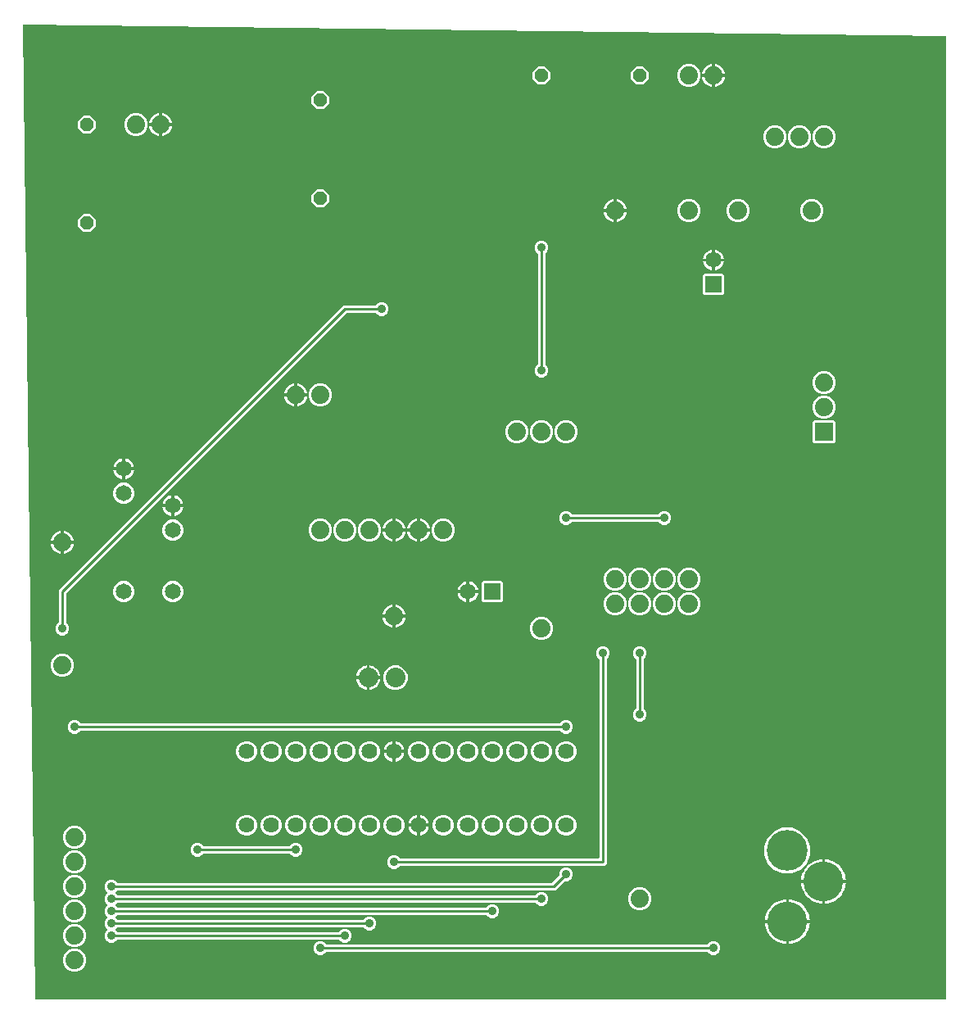
<source format=gbr>
G04 EAGLE Gerber RS-274X export*
G75*
%MOMM*%
%FSLAX34Y34*%
%LPD*%
%INBottom Copper*%
%IPPOS*%
%AMOC8*
5,1,8,0,0,1.08239X$1,22.5*%
G01*
%ADD10C,1.879600*%
%ADD11C,1.651000*%
%ADD12R,1.651000X1.651000*%
%ADD13C,2.032000*%
%ADD14C,4.216000*%
%ADD15C,4.114800*%
%ADD16P,1.429621X8X112.500000*%
%ADD17P,1.429621X8X202.500000*%
%ADD18C,1.625600*%
%ADD19R,1.879600X1.879600*%
%ADD20C,0.914400*%
%ADD21C,0.254000*%

G36*
X950998Y10164D02*
X950998Y10164D01*
X951017Y10162D01*
X951119Y10184D01*
X951221Y10200D01*
X951238Y10210D01*
X951258Y10214D01*
X951347Y10267D01*
X951438Y10316D01*
X951452Y10330D01*
X951469Y10340D01*
X951536Y10419D01*
X951608Y10494D01*
X951616Y10512D01*
X951629Y10527D01*
X951668Y10623D01*
X951711Y10717D01*
X951713Y10737D01*
X951721Y10755D01*
X951739Y10922D01*
X951739Y1005119D01*
X951737Y1005134D01*
X951739Y1005149D01*
X951738Y1005152D01*
X951738Y1005154D01*
X951729Y1005195D01*
X951717Y1005255D01*
X951700Y1005362D01*
X951693Y1005375D01*
X951690Y1005390D01*
X951635Y1005484D01*
X951584Y1005580D01*
X951574Y1005590D01*
X951566Y1005603D01*
X951485Y1005674D01*
X951406Y1005749D01*
X951393Y1005755D01*
X951381Y1005765D01*
X951281Y1005807D01*
X951183Y1005853D01*
X951168Y1005854D01*
X951154Y1005860D01*
X950988Y1005881D01*
X-1631Y1018294D01*
X-1660Y1018290D01*
X-1689Y1018293D01*
X-1781Y1018272D01*
X-1874Y1018258D01*
X-1900Y1018244D01*
X-1929Y1018237D01*
X-2009Y1018188D01*
X-2093Y1018145D01*
X-2113Y1018124D01*
X-2139Y1018109D01*
X-2199Y1018037D01*
X-2264Y1017969D01*
X-2277Y1017943D01*
X-2296Y1017920D01*
X-2330Y1017832D01*
X-2371Y1017748D01*
X-2375Y1017718D01*
X-2385Y1017691D01*
X-2402Y1017524D01*
X10027Y10913D01*
X10029Y10898D01*
X10028Y10883D01*
X10051Y10777D01*
X10069Y10670D01*
X10077Y10657D01*
X10080Y10642D01*
X10135Y10549D01*
X10187Y10454D01*
X10198Y10444D01*
X10206Y10431D01*
X10288Y10361D01*
X10368Y10287D01*
X10381Y10281D01*
X10393Y10271D01*
X10494Y10231D01*
X10592Y10186D01*
X10607Y10185D01*
X10621Y10179D01*
X10788Y10161D01*
X950978Y10161D01*
X950998Y10164D01*
G37*
%LPC*%
G36*
X87485Y69087D02*
X87485Y69087D01*
X84871Y70170D01*
X82870Y72171D01*
X81787Y74785D01*
X81787Y77615D01*
X82870Y80229D01*
X84653Y82012D01*
X84664Y82028D01*
X84680Y82040D01*
X84736Y82128D01*
X84796Y82211D01*
X84802Y82230D01*
X84813Y82247D01*
X84838Y82348D01*
X84869Y82447D01*
X84868Y82466D01*
X84873Y82486D01*
X84865Y82589D01*
X84862Y82692D01*
X84855Y82711D01*
X84854Y82731D01*
X84814Y82826D01*
X84778Y82923D01*
X84765Y82939D01*
X84758Y82957D01*
X84653Y83088D01*
X82870Y84871D01*
X81787Y87485D01*
X81787Y90315D01*
X82870Y92929D01*
X84653Y94712D01*
X84664Y94728D01*
X84680Y94740D01*
X84736Y94828D01*
X84796Y94911D01*
X84802Y94930D01*
X84813Y94947D01*
X84838Y95048D01*
X84869Y95147D01*
X84868Y95166D01*
X84873Y95186D01*
X84865Y95289D01*
X84862Y95392D01*
X84855Y95411D01*
X84854Y95431D01*
X84814Y95526D01*
X84778Y95623D01*
X84765Y95639D01*
X84758Y95657D01*
X84653Y95788D01*
X82870Y97571D01*
X81787Y100185D01*
X81787Y103015D01*
X82870Y105629D01*
X84653Y107412D01*
X84664Y107428D01*
X84680Y107440D01*
X84736Y107528D01*
X84796Y107611D01*
X84802Y107630D01*
X84813Y107647D01*
X84838Y107748D01*
X84869Y107847D01*
X84868Y107866D01*
X84873Y107886D01*
X84865Y107989D01*
X84862Y108092D01*
X84855Y108111D01*
X84854Y108131D01*
X84814Y108226D01*
X84778Y108323D01*
X84765Y108339D01*
X84758Y108357D01*
X84653Y108488D01*
X82870Y110271D01*
X81787Y112885D01*
X81787Y115715D01*
X82870Y118329D01*
X84653Y120112D01*
X84664Y120128D01*
X84680Y120140D01*
X84736Y120228D01*
X84796Y120311D01*
X84802Y120330D01*
X84813Y120347D01*
X84838Y120448D01*
X84869Y120547D01*
X84868Y120566D01*
X84873Y120586D01*
X84865Y120689D01*
X84862Y120792D01*
X84855Y120811D01*
X84854Y120831D01*
X84814Y120926D01*
X84778Y121023D01*
X84765Y121039D01*
X84758Y121057D01*
X84653Y121188D01*
X82870Y122971D01*
X81787Y125585D01*
X81787Y128415D01*
X82870Y131029D01*
X84871Y133030D01*
X87485Y134113D01*
X90315Y134113D01*
X92929Y133030D01*
X94925Y131034D01*
X94999Y130981D01*
X95069Y130921D01*
X95099Y130909D01*
X95125Y130890D01*
X95212Y130863D01*
X95297Y130829D01*
X95338Y130825D01*
X95360Y130818D01*
X95392Y130819D01*
X95464Y130811D01*
X544206Y130811D01*
X544296Y130825D01*
X544387Y130833D01*
X544417Y130845D01*
X544449Y130850D01*
X544530Y130893D01*
X544614Y130929D01*
X544646Y130955D01*
X544666Y130966D01*
X544689Y130989D01*
X544744Y131034D01*
X551464Y137754D01*
X551517Y137827D01*
X551577Y137897D01*
X551589Y137927D01*
X551608Y137953D01*
X551635Y138040D01*
X551669Y138125D01*
X551673Y138166D01*
X551680Y138188D01*
X551679Y138221D01*
X551687Y138292D01*
X551687Y141115D01*
X552770Y143729D01*
X554771Y145730D01*
X557385Y146813D01*
X560215Y146813D01*
X562829Y145730D01*
X564830Y143729D01*
X565913Y141115D01*
X565913Y138285D01*
X564830Y135671D01*
X562829Y133670D01*
X560215Y132587D01*
X557392Y132587D01*
X557302Y132573D01*
X557211Y132565D01*
X557181Y132553D01*
X557149Y132548D01*
X557068Y132505D01*
X556984Y132469D01*
X556952Y132443D01*
X556932Y132432D01*
X556909Y132409D01*
X556854Y132364D01*
X547678Y123189D01*
X95464Y123189D01*
X95373Y123175D01*
X95283Y123167D01*
X95253Y123155D01*
X95221Y123150D01*
X95140Y123107D01*
X95056Y123071D01*
X95024Y123045D01*
X95003Y123034D01*
X94981Y123011D01*
X94925Y122966D01*
X93147Y121188D01*
X93136Y121172D01*
X93120Y121160D01*
X93064Y121072D01*
X93004Y120989D01*
X92998Y120970D01*
X92987Y120953D01*
X92962Y120852D01*
X92931Y120753D01*
X92932Y120734D01*
X92927Y120714D01*
X92935Y120611D01*
X92938Y120508D01*
X92945Y120489D01*
X92946Y120469D01*
X92986Y120374D01*
X93022Y120277D01*
X93035Y120261D01*
X93042Y120243D01*
X93147Y120112D01*
X94925Y118334D01*
X94999Y118281D01*
X95069Y118221D01*
X95099Y118209D01*
X95125Y118190D01*
X95212Y118163D01*
X95297Y118129D01*
X95338Y118125D01*
X95360Y118118D01*
X95392Y118119D01*
X95464Y118111D01*
X526836Y118111D01*
X526927Y118125D01*
X527017Y118133D01*
X527047Y118145D01*
X527079Y118150D01*
X527160Y118193D01*
X527244Y118229D01*
X527276Y118255D01*
X527297Y118266D01*
X527319Y118289D01*
X527375Y118334D01*
X529371Y120330D01*
X531985Y121413D01*
X534815Y121413D01*
X537429Y120330D01*
X539430Y118329D01*
X540513Y115715D01*
X540513Y112885D01*
X539430Y110271D01*
X537429Y108270D01*
X534815Y107187D01*
X531985Y107187D01*
X529371Y108270D01*
X527375Y110266D01*
X527301Y110319D01*
X527231Y110379D01*
X527201Y110391D01*
X527175Y110410D01*
X527088Y110437D01*
X527003Y110471D01*
X526962Y110475D01*
X526940Y110482D01*
X526908Y110481D01*
X526836Y110489D01*
X95464Y110489D01*
X95373Y110475D01*
X95283Y110467D01*
X95253Y110455D01*
X95221Y110450D01*
X95140Y110407D01*
X95056Y110371D01*
X95024Y110345D01*
X95003Y110334D01*
X94981Y110311D01*
X94925Y110266D01*
X93147Y108488D01*
X93136Y108472D01*
X93120Y108460D01*
X93064Y108372D01*
X93004Y108289D01*
X92998Y108270D01*
X92987Y108253D01*
X92962Y108152D01*
X92931Y108053D01*
X92932Y108034D01*
X92927Y108014D01*
X92935Y107911D01*
X92938Y107808D01*
X92945Y107789D01*
X92946Y107769D01*
X92986Y107674D01*
X93022Y107577D01*
X93035Y107561D01*
X93042Y107543D01*
X93147Y107412D01*
X94925Y105634D01*
X94999Y105581D01*
X95069Y105521D01*
X95099Y105509D01*
X95125Y105490D01*
X95212Y105463D01*
X95297Y105429D01*
X95338Y105425D01*
X95360Y105418D01*
X95392Y105419D01*
X95464Y105411D01*
X476036Y105411D01*
X476127Y105425D01*
X476217Y105433D01*
X476247Y105445D01*
X476279Y105450D01*
X476360Y105493D01*
X476444Y105529D01*
X476476Y105555D01*
X476497Y105566D01*
X476519Y105589D01*
X476575Y105634D01*
X478571Y107630D01*
X481185Y108713D01*
X484015Y108713D01*
X486629Y107630D01*
X488630Y105629D01*
X489713Y103015D01*
X489713Y100185D01*
X488630Y97571D01*
X486629Y95570D01*
X484015Y94487D01*
X481185Y94487D01*
X478571Y95570D01*
X476575Y97566D01*
X476501Y97619D01*
X476431Y97679D01*
X476401Y97691D01*
X476375Y97710D01*
X476288Y97737D01*
X476203Y97771D01*
X476162Y97775D01*
X476140Y97782D01*
X476108Y97781D01*
X476036Y97789D01*
X95464Y97789D01*
X95373Y97775D01*
X95283Y97767D01*
X95253Y97755D01*
X95221Y97750D01*
X95140Y97707D01*
X95056Y97671D01*
X95024Y97645D01*
X95003Y97634D01*
X94981Y97611D01*
X94925Y97566D01*
X93147Y95788D01*
X93136Y95772D01*
X93120Y95760D01*
X93064Y95672D01*
X93004Y95589D01*
X92998Y95570D01*
X92987Y95553D01*
X92962Y95452D01*
X92931Y95353D01*
X92932Y95334D01*
X92927Y95314D01*
X92935Y95211D01*
X92938Y95108D01*
X92945Y95089D01*
X92946Y95069D01*
X92986Y94974D01*
X93022Y94877D01*
X93035Y94861D01*
X93042Y94843D01*
X93147Y94712D01*
X94925Y92934D01*
X94999Y92881D01*
X95069Y92821D01*
X95099Y92809D01*
X95125Y92790D01*
X95212Y92763D01*
X95297Y92729D01*
X95338Y92725D01*
X95360Y92718D01*
X95392Y92719D01*
X95464Y92711D01*
X349036Y92711D01*
X349127Y92725D01*
X349217Y92733D01*
X349247Y92745D01*
X349279Y92750D01*
X349360Y92793D01*
X349444Y92829D01*
X349476Y92855D01*
X349497Y92866D01*
X349519Y92889D01*
X349575Y92934D01*
X351571Y94930D01*
X354185Y96013D01*
X357015Y96013D01*
X359629Y94930D01*
X361630Y92929D01*
X362713Y90315D01*
X362713Y87485D01*
X361630Y84871D01*
X359629Y82870D01*
X357015Y81787D01*
X354185Y81787D01*
X351571Y82870D01*
X349575Y84866D01*
X349501Y84919D01*
X349431Y84979D01*
X349401Y84991D01*
X349375Y85010D01*
X349288Y85037D01*
X349203Y85071D01*
X349162Y85075D01*
X349140Y85082D01*
X349108Y85081D01*
X349036Y85089D01*
X95464Y85089D01*
X95373Y85075D01*
X95283Y85067D01*
X95253Y85055D01*
X95221Y85050D01*
X95140Y85007D01*
X95056Y84971D01*
X95024Y84945D01*
X95003Y84934D01*
X94981Y84911D01*
X94925Y84866D01*
X93147Y83088D01*
X93136Y83072D01*
X93120Y83060D01*
X93064Y82972D01*
X93004Y82889D01*
X92998Y82870D01*
X92987Y82853D01*
X92962Y82752D01*
X92931Y82653D01*
X92932Y82634D01*
X92927Y82614D01*
X92935Y82511D01*
X92938Y82408D01*
X92945Y82389D01*
X92946Y82369D01*
X92986Y82274D01*
X93022Y82177D01*
X93035Y82161D01*
X93042Y82143D01*
X93147Y82012D01*
X94925Y80234D01*
X94999Y80181D01*
X95069Y80121D01*
X95099Y80109D01*
X95125Y80090D01*
X95212Y80063D01*
X95297Y80029D01*
X95338Y80025D01*
X95360Y80018D01*
X95392Y80019D01*
X95464Y80011D01*
X323636Y80011D01*
X323727Y80025D01*
X323817Y80033D01*
X323847Y80045D01*
X323879Y80050D01*
X323960Y80093D01*
X324044Y80129D01*
X324076Y80155D01*
X324097Y80166D01*
X324119Y80189D01*
X324175Y80234D01*
X326171Y82230D01*
X328785Y83313D01*
X331615Y83313D01*
X334229Y82230D01*
X336230Y80229D01*
X337313Y77615D01*
X337313Y74785D01*
X336230Y72171D01*
X334229Y70170D01*
X331615Y69087D01*
X328785Y69087D01*
X326171Y70170D01*
X324175Y72166D01*
X324101Y72219D01*
X324031Y72279D01*
X324001Y72291D01*
X323975Y72310D01*
X323888Y72337D01*
X323803Y72371D01*
X323762Y72375D01*
X323740Y72382D01*
X323708Y72381D01*
X323636Y72389D01*
X95464Y72389D01*
X95373Y72375D01*
X95283Y72367D01*
X95253Y72355D01*
X95221Y72350D01*
X95140Y72307D01*
X95056Y72271D01*
X95024Y72245D01*
X95003Y72234D01*
X94981Y72211D01*
X94925Y72166D01*
X92929Y70170D01*
X90315Y69087D01*
X87485Y69087D01*
G37*
%LPD*%
%LPC*%
G36*
X49385Y284987D02*
X49385Y284987D01*
X46771Y286070D01*
X44770Y288071D01*
X43687Y290685D01*
X43687Y293515D01*
X44770Y296129D01*
X46771Y298130D01*
X49385Y299213D01*
X52215Y299213D01*
X54829Y298130D01*
X56825Y296134D01*
X56899Y296081D01*
X56969Y296021D01*
X56999Y296009D01*
X57025Y295990D01*
X57112Y295963D01*
X57197Y295929D01*
X57238Y295925D01*
X57260Y295918D01*
X57292Y295919D01*
X57364Y295911D01*
X552236Y295911D01*
X552327Y295925D01*
X552417Y295933D01*
X552447Y295945D01*
X552479Y295950D01*
X552560Y295993D01*
X552644Y296029D01*
X552676Y296055D01*
X552697Y296066D01*
X552719Y296089D01*
X552775Y296134D01*
X554771Y298130D01*
X557385Y299213D01*
X560215Y299213D01*
X562829Y298130D01*
X564830Y296129D01*
X565913Y293515D01*
X565913Y290685D01*
X564830Y288071D01*
X562829Y286070D01*
X560215Y284987D01*
X557385Y284987D01*
X554771Y286070D01*
X552775Y288066D01*
X552701Y288119D01*
X552631Y288179D01*
X552601Y288191D01*
X552575Y288210D01*
X552488Y288237D01*
X552403Y288271D01*
X552362Y288275D01*
X552340Y288282D01*
X552308Y288281D01*
X552236Y288289D01*
X57364Y288289D01*
X57273Y288275D01*
X57183Y288267D01*
X57153Y288255D01*
X57121Y288250D01*
X57040Y288207D01*
X56956Y288171D01*
X56924Y288145D01*
X56903Y288134D01*
X56881Y288111D01*
X56825Y288066D01*
X54829Y286070D01*
X52215Y284987D01*
X49385Y284987D01*
G37*
%LPD*%
%LPC*%
G36*
X36685Y386587D02*
X36685Y386587D01*
X34071Y387670D01*
X32070Y389671D01*
X30987Y392285D01*
X30987Y395115D01*
X32070Y397729D01*
X34066Y399725D01*
X34119Y399799D01*
X34179Y399869D01*
X34191Y399899D01*
X34210Y399925D01*
X34237Y400012D01*
X34271Y400097D01*
X34275Y400138D01*
X34282Y400160D01*
X34281Y400192D01*
X34289Y400264D01*
X34289Y433378D01*
X328622Y727711D01*
X361736Y727711D01*
X361827Y727725D01*
X361917Y727733D01*
X361947Y727745D01*
X361979Y727750D01*
X362060Y727793D01*
X362144Y727829D01*
X362176Y727855D01*
X362197Y727866D01*
X362219Y727889D01*
X362275Y727934D01*
X364271Y729930D01*
X366885Y731013D01*
X369715Y731013D01*
X372329Y729930D01*
X374330Y727929D01*
X375413Y725315D01*
X375413Y722485D01*
X374330Y719871D01*
X372329Y717870D01*
X369715Y716787D01*
X366885Y716787D01*
X364271Y717870D01*
X362275Y719866D01*
X362201Y719919D01*
X362131Y719979D01*
X362101Y719991D01*
X362075Y720010D01*
X361988Y720037D01*
X361903Y720071D01*
X361862Y720075D01*
X361840Y720082D01*
X361808Y720081D01*
X361736Y720089D01*
X332094Y720089D01*
X332004Y720075D01*
X331913Y720067D01*
X331883Y720055D01*
X331851Y720050D01*
X331770Y720007D01*
X331686Y719971D01*
X331654Y719945D01*
X331634Y719934D01*
X331611Y719911D01*
X331556Y719866D01*
X42134Y430444D01*
X42081Y430371D01*
X42021Y430301D01*
X42009Y430271D01*
X41990Y430245D01*
X41963Y430158D01*
X41929Y430073D01*
X41925Y430032D01*
X41918Y430010D01*
X41919Y429977D01*
X41911Y429906D01*
X41911Y400264D01*
X41925Y400173D01*
X41933Y400083D01*
X41945Y400053D01*
X41950Y400021D01*
X41993Y399940D01*
X42029Y399856D01*
X42055Y399824D01*
X42066Y399803D01*
X42089Y399781D01*
X42134Y399725D01*
X44130Y397729D01*
X45213Y395115D01*
X45213Y392285D01*
X44130Y389671D01*
X42129Y387670D01*
X39515Y386587D01*
X36685Y386587D01*
G37*
%LPD*%
%LPC*%
G36*
X379585Y145287D02*
X379585Y145287D01*
X376971Y146370D01*
X374970Y148371D01*
X373887Y150985D01*
X373887Y153815D01*
X374970Y156429D01*
X376971Y158430D01*
X379585Y159513D01*
X382415Y159513D01*
X385029Y158430D01*
X387025Y156434D01*
X387099Y156381D01*
X387169Y156321D01*
X387199Y156309D01*
X387225Y156290D01*
X387312Y156263D01*
X387397Y156229D01*
X387438Y156225D01*
X387460Y156218D01*
X387492Y156219D01*
X387564Y156211D01*
X592328Y156211D01*
X592348Y156214D01*
X592367Y156212D01*
X592469Y156234D01*
X592571Y156250D01*
X592588Y156260D01*
X592608Y156264D01*
X592697Y156317D01*
X592788Y156366D01*
X592802Y156380D01*
X592819Y156390D01*
X592886Y156469D01*
X592958Y156544D01*
X592966Y156562D01*
X592979Y156577D01*
X593018Y156673D01*
X593061Y156767D01*
X593063Y156787D01*
X593071Y156805D01*
X593089Y156972D01*
X593089Y361736D01*
X593075Y361827D01*
X593067Y361917D01*
X593055Y361947D01*
X593050Y361979D01*
X593007Y362060D01*
X592971Y362144D01*
X592945Y362176D01*
X592934Y362197D01*
X592911Y362219D01*
X592866Y362275D01*
X590870Y364271D01*
X589787Y366885D01*
X589787Y369715D01*
X590870Y372329D01*
X592871Y374330D01*
X595485Y375413D01*
X598315Y375413D01*
X600929Y374330D01*
X602930Y372329D01*
X604013Y369715D01*
X604013Y366885D01*
X602930Y364271D01*
X600934Y362275D01*
X600881Y362201D01*
X600821Y362131D01*
X600809Y362101D01*
X600790Y362075D01*
X600763Y361988D01*
X600729Y361903D01*
X600725Y361862D01*
X600718Y361840D01*
X600719Y361808D01*
X600711Y361736D01*
X600711Y150822D01*
X598478Y148589D01*
X387564Y148589D01*
X387473Y148575D01*
X387383Y148567D01*
X387353Y148555D01*
X387321Y148550D01*
X387240Y148507D01*
X387156Y148471D01*
X387124Y148445D01*
X387103Y148434D01*
X387081Y148411D01*
X387025Y148366D01*
X385029Y146370D01*
X382415Y145287D01*
X379585Y145287D01*
G37*
%LPD*%
%LPC*%
G36*
X303385Y56387D02*
X303385Y56387D01*
X300771Y57470D01*
X298770Y59471D01*
X297687Y62085D01*
X297687Y64915D01*
X298770Y67529D01*
X300771Y69530D01*
X303385Y70613D01*
X306215Y70613D01*
X308829Y69530D01*
X310825Y67534D01*
X310899Y67481D01*
X310969Y67421D01*
X310999Y67409D01*
X311025Y67390D01*
X311112Y67363D01*
X311197Y67329D01*
X311238Y67325D01*
X311260Y67318D01*
X311292Y67319D01*
X311364Y67311D01*
X704637Y67311D01*
X704727Y67325D01*
X704818Y67333D01*
X704847Y67345D01*
X704879Y67350D01*
X704960Y67393D01*
X705044Y67429D01*
X705076Y67455D01*
X705097Y67466D01*
X705119Y67489D01*
X705175Y67534D01*
X707171Y69530D01*
X709785Y70613D01*
X712615Y70613D01*
X715229Y69530D01*
X717230Y67529D01*
X718313Y64915D01*
X718313Y62085D01*
X717230Y59471D01*
X715229Y57470D01*
X712615Y56387D01*
X709785Y56387D01*
X707171Y57470D01*
X705175Y59466D01*
X705101Y59519D01*
X705031Y59579D01*
X705001Y59591D01*
X704975Y59610D01*
X704888Y59637D01*
X704803Y59671D01*
X704762Y59675D01*
X704740Y59682D01*
X704708Y59681D01*
X704637Y59689D01*
X311364Y59689D01*
X311273Y59675D01*
X311183Y59667D01*
X311153Y59655D01*
X311121Y59650D01*
X311040Y59607D01*
X310956Y59571D01*
X310924Y59545D01*
X310903Y59534D01*
X310881Y59511D01*
X310825Y59466D01*
X308829Y57470D01*
X306215Y56387D01*
X303385Y56387D01*
G37*
%LPD*%
%LPC*%
G36*
X782702Y140557D02*
X782702Y140557D01*
X774020Y144153D01*
X767375Y150798D01*
X763779Y159480D01*
X763779Y168876D01*
X767375Y177558D01*
X774020Y184203D01*
X782702Y187799D01*
X792098Y187799D01*
X800780Y184203D01*
X807425Y177558D01*
X811021Y168876D01*
X811021Y159480D01*
X807425Y150798D01*
X800780Y144153D01*
X792098Y140557D01*
X782702Y140557D01*
G37*
%LPD*%
%LPC*%
G36*
X531985Y653287D02*
X531985Y653287D01*
X529371Y654370D01*
X527370Y656371D01*
X526287Y658985D01*
X526287Y661815D01*
X527370Y664429D01*
X529366Y666425D01*
X529419Y666499D01*
X529479Y666569D01*
X529491Y666599D01*
X529510Y666625D01*
X529537Y666712D01*
X529571Y666797D01*
X529575Y666838D01*
X529582Y666860D01*
X529581Y666892D01*
X529589Y666964D01*
X529589Y780836D01*
X529575Y780927D01*
X529567Y781017D01*
X529555Y781047D01*
X529550Y781079D01*
X529507Y781160D01*
X529471Y781244D01*
X529445Y781276D01*
X529434Y781297D01*
X529411Y781319D01*
X529366Y781375D01*
X527370Y783371D01*
X526287Y785985D01*
X526287Y788815D01*
X527370Y791429D01*
X529371Y793430D01*
X531985Y794513D01*
X534815Y794513D01*
X537429Y793430D01*
X539430Y791429D01*
X540513Y788815D01*
X540513Y785985D01*
X539430Y783371D01*
X537434Y781375D01*
X537381Y781301D01*
X537321Y781231D01*
X537309Y781201D01*
X537290Y781175D01*
X537263Y781088D01*
X537229Y781003D01*
X537225Y780962D01*
X537218Y780940D01*
X537219Y780908D01*
X537211Y780836D01*
X537211Y666964D01*
X537225Y666873D01*
X537233Y666783D01*
X537245Y666753D01*
X537250Y666721D01*
X537293Y666640D01*
X537329Y666556D01*
X537355Y666524D01*
X537366Y666503D01*
X537389Y666481D01*
X537434Y666425D01*
X539430Y664429D01*
X540513Y661815D01*
X540513Y658985D01*
X539430Y656371D01*
X537429Y654370D01*
X534815Y653287D01*
X531985Y653287D01*
G37*
%LPD*%
%LPC*%
G36*
X176385Y157987D02*
X176385Y157987D01*
X173771Y159070D01*
X171770Y161071D01*
X170687Y163685D01*
X170687Y166515D01*
X171770Y169129D01*
X173771Y171130D01*
X176385Y172213D01*
X179215Y172213D01*
X181829Y171130D01*
X183825Y169134D01*
X183899Y169081D01*
X183969Y169021D01*
X183999Y169009D01*
X184025Y168990D01*
X184112Y168963D01*
X184197Y168929D01*
X184238Y168925D01*
X184260Y168918D01*
X184292Y168919D01*
X184364Y168911D01*
X272836Y168911D01*
X272927Y168925D01*
X273017Y168933D01*
X273047Y168945D01*
X273079Y168950D01*
X273160Y168993D01*
X273244Y169029D01*
X273276Y169055D01*
X273297Y169066D01*
X273319Y169089D01*
X273375Y169134D01*
X275371Y171130D01*
X277985Y172213D01*
X280815Y172213D01*
X283429Y171130D01*
X285430Y169129D01*
X286513Y166515D01*
X286513Y163685D01*
X285430Y161071D01*
X283429Y159070D01*
X280815Y157987D01*
X277985Y157987D01*
X275371Y159070D01*
X273375Y161066D01*
X273301Y161119D01*
X273231Y161179D01*
X273201Y161191D01*
X273175Y161210D01*
X273088Y161237D01*
X273003Y161271D01*
X272962Y161275D01*
X272940Y161282D01*
X272908Y161281D01*
X272836Y161289D01*
X184364Y161289D01*
X184273Y161275D01*
X184183Y161267D01*
X184153Y161255D01*
X184121Y161250D01*
X184040Y161207D01*
X183956Y161171D01*
X183924Y161145D01*
X183903Y161134D01*
X183881Y161111D01*
X183825Y161066D01*
X181829Y159070D01*
X179215Y157987D01*
X176385Y157987D01*
G37*
%LPD*%
%LPC*%
G36*
X557385Y500887D02*
X557385Y500887D01*
X554771Y501970D01*
X552770Y503971D01*
X551687Y506585D01*
X551687Y509415D01*
X552770Y512029D01*
X554771Y514030D01*
X557385Y515113D01*
X560215Y515113D01*
X562829Y514030D01*
X564825Y512034D01*
X564899Y511981D01*
X564969Y511921D01*
X564999Y511909D01*
X565025Y511890D01*
X565112Y511863D01*
X565197Y511829D01*
X565238Y511825D01*
X565260Y511818D01*
X565292Y511819D01*
X565364Y511811D01*
X653836Y511811D01*
X653927Y511825D01*
X654017Y511833D01*
X654047Y511845D01*
X654079Y511850D01*
X654160Y511893D01*
X654244Y511929D01*
X654276Y511955D01*
X654297Y511966D01*
X654309Y511979D01*
X654310Y511979D01*
X654322Y511991D01*
X654375Y512034D01*
X656371Y514030D01*
X658985Y515113D01*
X661815Y515113D01*
X664429Y514030D01*
X666430Y512029D01*
X667513Y509415D01*
X667513Y506585D01*
X666430Y503971D01*
X664429Y501970D01*
X661815Y500887D01*
X658985Y500887D01*
X656371Y501970D01*
X654375Y503966D01*
X654301Y504019D01*
X654231Y504079D01*
X654201Y504091D01*
X654175Y504110D01*
X654088Y504137D01*
X654003Y504171D01*
X653962Y504175D01*
X653940Y504182D01*
X653908Y504181D01*
X653836Y504189D01*
X565364Y504189D01*
X565273Y504175D01*
X565183Y504167D01*
X565153Y504155D01*
X565121Y504150D01*
X565040Y504107D01*
X564956Y504071D01*
X564924Y504045D01*
X564903Y504034D01*
X564881Y504011D01*
X564825Y503966D01*
X562829Y501970D01*
X560215Y500887D01*
X557385Y500887D01*
G37*
%LPD*%
%LPC*%
G36*
X633585Y297687D02*
X633585Y297687D01*
X630971Y298770D01*
X628970Y300771D01*
X627887Y303385D01*
X627887Y306215D01*
X628970Y308829D01*
X630966Y310825D01*
X631019Y310899D01*
X631079Y310969D01*
X631091Y310999D01*
X631110Y311025D01*
X631137Y311112D01*
X631171Y311197D01*
X631175Y311238D01*
X631182Y311260D01*
X631181Y311292D01*
X631189Y311364D01*
X631189Y361736D01*
X631175Y361827D01*
X631167Y361917D01*
X631155Y361947D01*
X631150Y361979D01*
X631107Y362060D01*
X631071Y362144D01*
X631045Y362176D01*
X631034Y362197D01*
X631011Y362219D01*
X630966Y362275D01*
X628970Y364271D01*
X627887Y366885D01*
X627887Y369715D01*
X628970Y372329D01*
X630971Y374330D01*
X633585Y375413D01*
X636415Y375413D01*
X639029Y374330D01*
X641030Y372329D01*
X642113Y369715D01*
X642113Y366885D01*
X641030Y364271D01*
X639034Y362275D01*
X638981Y362201D01*
X638921Y362131D01*
X638909Y362101D01*
X638890Y362075D01*
X638863Y361988D01*
X638829Y361903D01*
X638825Y361862D01*
X638818Y361840D01*
X638819Y361808D01*
X638811Y361736D01*
X638811Y311364D01*
X638825Y311273D01*
X638833Y311183D01*
X638845Y311153D01*
X638850Y311121D01*
X638893Y311040D01*
X638929Y310956D01*
X638955Y310924D01*
X638966Y310903D01*
X638989Y310881D01*
X639034Y310825D01*
X641030Y308829D01*
X642113Y306215D01*
X642113Y303385D01*
X641030Y300771D01*
X639029Y298770D01*
X636415Y297687D01*
X633585Y297687D01*
G37*
%LPD*%
%LPC*%
G36*
X815050Y584961D02*
X815050Y584961D01*
X813561Y586450D01*
X813561Y607350D01*
X815050Y608839D01*
X835950Y608839D01*
X837439Y607350D01*
X837439Y586450D01*
X835950Y584961D01*
X815050Y584961D01*
G37*
%LPD*%
%LPC*%
G36*
X379744Y330199D02*
X379744Y330199D01*
X375076Y332133D01*
X371503Y335706D01*
X369569Y340374D01*
X369569Y345426D01*
X371503Y350094D01*
X375076Y353667D01*
X379744Y355601D01*
X384796Y355601D01*
X389464Y353667D01*
X393037Y350094D01*
X394971Y345426D01*
X394971Y340374D01*
X393037Y335706D01*
X389464Y332133D01*
X384796Y330199D01*
X379744Y330199D01*
G37*
%LPD*%
%LPC*%
G36*
X701893Y738704D02*
X701893Y738704D01*
X700404Y740193D01*
X700404Y758807D01*
X701893Y760296D01*
X720507Y760296D01*
X721996Y758807D01*
X721996Y740193D01*
X720507Y738704D01*
X701893Y738704D01*
G37*
%LPD*%
%LPC*%
G36*
X473093Y421004D02*
X473093Y421004D01*
X471604Y422493D01*
X471604Y441107D01*
X473093Y442596D01*
X491707Y442596D01*
X493196Y441107D01*
X493196Y422493D01*
X491707Y421004D01*
X473093Y421004D01*
G37*
%LPD*%
%LPC*%
G36*
X683425Y953261D02*
X683425Y953261D01*
X679037Y955079D01*
X675679Y958437D01*
X673861Y962825D01*
X673861Y967575D01*
X675679Y971963D01*
X679037Y975321D01*
X683425Y977139D01*
X688175Y977139D01*
X692563Y975321D01*
X695921Y971963D01*
X697739Y967575D01*
X697739Y962825D01*
X695921Y958437D01*
X692563Y955079D01*
X688175Y953261D01*
X683425Y953261D01*
G37*
%LPD*%
%LPC*%
G36*
X823125Y635761D02*
X823125Y635761D01*
X818737Y637579D01*
X815379Y640937D01*
X813561Y645325D01*
X813561Y650075D01*
X815379Y654463D01*
X818737Y657821D01*
X823125Y659639D01*
X827875Y659639D01*
X832263Y657821D01*
X835621Y654463D01*
X837439Y650075D01*
X837439Y645325D01*
X835621Y640937D01*
X832263Y637579D01*
X827875Y635761D01*
X823125Y635761D01*
G37*
%LPD*%
%LPC*%
G36*
X302425Y623061D02*
X302425Y623061D01*
X298037Y624879D01*
X294679Y628237D01*
X292861Y632625D01*
X292861Y637375D01*
X294679Y641763D01*
X298037Y645121D01*
X302425Y646939D01*
X307175Y646939D01*
X311563Y645121D01*
X314921Y641763D01*
X316739Y637375D01*
X316739Y632625D01*
X314921Y628237D01*
X311563Y624879D01*
X307175Y623061D01*
X302425Y623061D01*
G37*
%LPD*%
%LPC*%
G36*
X48425Y38861D02*
X48425Y38861D01*
X44037Y40679D01*
X40679Y44037D01*
X38861Y48425D01*
X38861Y53175D01*
X40679Y57563D01*
X44037Y60921D01*
X48425Y62739D01*
X53175Y62739D01*
X57563Y60921D01*
X60921Y57563D01*
X62739Y53175D01*
X62739Y48425D01*
X60921Y44037D01*
X57563Y40679D01*
X53175Y38861D01*
X48425Y38861D01*
G37*
%LPD*%
%LPC*%
G36*
X48425Y165861D02*
X48425Y165861D01*
X44037Y167679D01*
X40679Y171037D01*
X38861Y175425D01*
X38861Y180175D01*
X40679Y184563D01*
X44037Y187921D01*
X48425Y189739D01*
X53175Y189739D01*
X57563Y187921D01*
X60921Y184563D01*
X62739Y180175D01*
X62739Y175425D01*
X60921Y171037D01*
X57563Y167679D01*
X53175Y165861D01*
X48425Y165861D01*
G37*
%LPD*%
%LPC*%
G36*
X48425Y140461D02*
X48425Y140461D01*
X44037Y142279D01*
X40679Y145637D01*
X38861Y150025D01*
X38861Y154775D01*
X40679Y159163D01*
X44037Y162521D01*
X48425Y164339D01*
X53175Y164339D01*
X57563Y162521D01*
X60921Y159163D01*
X62739Y154775D01*
X62739Y150025D01*
X60921Y145637D01*
X57563Y142279D01*
X53175Y140461D01*
X48425Y140461D01*
G37*
%LPD*%
%LPC*%
G36*
X823125Y610361D02*
X823125Y610361D01*
X818737Y612179D01*
X815379Y615537D01*
X813561Y619925D01*
X813561Y624675D01*
X815379Y629063D01*
X818737Y632421D01*
X823125Y634239D01*
X827875Y634239D01*
X832263Y632421D01*
X835621Y629063D01*
X837439Y624675D01*
X837439Y619925D01*
X835621Y615537D01*
X832263Y612179D01*
X827875Y610361D01*
X823125Y610361D01*
G37*
%LPD*%
%LPC*%
G36*
X48425Y115061D02*
X48425Y115061D01*
X44037Y116879D01*
X40679Y120237D01*
X38861Y124625D01*
X38861Y129375D01*
X40679Y133763D01*
X44037Y137121D01*
X48425Y138939D01*
X53175Y138939D01*
X57563Y137121D01*
X60921Y133763D01*
X62739Y129375D01*
X62739Y124625D01*
X60921Y120237D01*
X57563Y116879D01*
X53175Y115061D01*
X48425Y115061D01*
G37*
%LPD*%
%LPC*%
G36*
X632625Y102361D02*
X632625Y102361D01*
X628237Y104179D01*
X624879Y107537D01*
X623061Y111925D01*
X623061Y116675D01*
X624879Y121063D01*
X628237Y124421D01*
X632625Y126239D01*
X637375Y126239D01*
X641763Y124421D01*
X645121Y121063D01*
X646939Y116675D01*
X646939Y111925D01*
X645121Y107537D01*
X641763Y104179D01*
X637375Y102361D01*
X632625Y102361D01*
G37*
%LPD*%
%LPC*%
G36*
X111925Y902461D02*
X111925Y902461D01*
X107537Y904279D01*
X104179Y907637D01*
X102361Y912025D01*
X102361Y916775D01*
X104179Y921163D01*
X107537Y924521D01*
X111925Y926339D01*
X116675Y926339D01*
X121063Y924521D01*
X124421Y921163D01*
X126239Y916775D01*
X126239Y912025D01*
X124421Y907637D01*
X121063Y904279D01*
X116675Y902461D01*
X111925Y902461D01*
G37*
%LPD*%
%LPC*%
G36*
X556425Y584961D02*
X556425Y584961D01*
X552037Y586779D01*
X548679Y590137D01*
X546861Y594525D01*
X546861Y599275D01*
X548679Y603663D01*
X552037Y607021D01*
X556425Y608839D01*
X561175Y608839D01*
X565563Y607021D01*
X568921Y603663D01*
X570739Y599275D01*
X570739Y594525D01*
X568921Y590137D01*
X565563Y586779D01*
X561175Y584961D01*
X556425Y584961D01*
G37*
%LPD*%
%LPC*%
G36*
X531025Y584961D02*
X531025Y584961D01*
X526637Y586779D01*
X523279Y590137D01*
X521461Y594525D01*
X521461Y599275D01*
X523279Y603663D01*
X526637Y607021D01*
X531025Y608839D01*
X535775Y608839D01*
X540163Y607021D01*
X543521Y603663D01*
X545339Y599275D01*
X545339Y594525D01*
X543521Y590137D01*
X540163Y586779D01*
X535775Y584961D01*
X531025Y584961D01*
G37*
%LPD*%
%LPC*%
G36*
X505625Y584961D02*
X505625Y584961D01*
X501237Y586779D01*
X497879Y590137D01*
X496061Y594525D01*
X496061Y599275D01*
X497879Y603663D01*
X501237Y607021D01*
X505625Y608839D01*
X510375Y608839D01*
X514763Y607021D01*
X518121Y603663D01*
X519939Y599275D01*
X519939Y594525D01*
X518121Y590137D01*
X514763Y586779D01*
X510375Y584961D01*
X505625Y584961D01*
G37*
%LPD*%
%LPC*%
G36*
X48425Y89661D02*
X48425Y89661D01*
X44037Y91479D01*
X40679Y94837D01*
X38861Y99225D01*
X38861Y103975D01*
X40679Y108363D01*
X44037Y111721D01*
X48425Y113539D01*
X53175Y113539D01*
X57563Y111721D01*
X60921Y108363D01*
X62739Y103975D01*
X62739Y99225D01*
X60921Y94837D01*
X57563Y91479D01*
X53175Y89661D01*
X48425Y89661D01*
G37*
%LPD*%
%LPC*%
G36*
X772325Y889761D02*
X772325Y889761D01*
X767937Y891579D01*
X764579Y894937D01*
X762761Y899325D01*
X762761Y904075D01*
X764579Y908463D01*
X767937Y911821D01*
X772325Y913639D01*
X777075Y913639D01*
X781463Y911821D01*
X784821Y908463D01*
X786639Y904075D01*
X786639Y899325D01*
X784821Y894937D01*
X781463Y891579D01*
X777075Y889761D01*
X772325Y889761D01*
G37*
%LPD*%
%LPC*%
G36*
X823125Y889761D02*
X823125Y889761D01*
X818737Y891579D01*
X815379Y894937D01*
X813561Y899325D01*
X813561Y904075D01*
X815379Y908463D01*
X818737Y911821D01*
X823125Y913639D01*
X827875Y913639D01*
X832263Y911821D01*
X835621Y908463D01*
X837439Y904075D01*
X837439Y899325D01*
X835621Y894937D01*
X832263Y891579D01*
X827875Y889761D01*
X823125Y889761D01*
G37*
%LPD*%
%LPC*%
G36*
X797725Y889761D02*
X797725Y889761D01*
X793337Y891579D01*
X789979Y894937D01*
X788161Y899325D01*
X788161Y904075D01*
X789979Y908463D01*
X793337Y911821D01*
X797725Y913639D01*
X802475Y913639D01*
X806863Y911821D01*
X810221Y908463D01*
X812039Y904075D01*
X812039Y899325D01*
X810221Y894937D01*
X806863Y891579D01*
X802475Y889761D01*
X797725Y889761D01*
G37*
%LPD*%
%LPC*%
G36*
X48425Y64261D02*
X48425Y64261D01*
X44037Y66079D01*
X40679Y69437D01*
X38861Y73825D01*
X38861Y78575D01*
X40679Y82963D01*
X44037Y86321D01*
X48425Y88139D01*
X53175Y88139D01*
X57563Y86321D01*
X60921Y82963D01*
X62739Y78575D01*
X62739Y73825D01*
X60921Y69437D01*
X57563Y66079D01*
X53175Y64261D01*
X48425Y64261D01*
G37*
%LPD*%
%LPC*%
G36*
X683425Y432561D02*
X683425Y432561D01*
X679037Y434379D01*
X675679Y437737D01*
X673861Y442125D01*
X673861Y446875D01*
X675679Y451263D01*
X679037Y454621D01*
X683425Y456439D01*
X688175Y456439D01*
X692563Y454621D01*
X695921Y451263D01*
X697739Y446875D01*
X697739Y442125D01*
X695921Y437737D01*
X692563Y434379D01*
X688175Y432561D01*
X683425Y432561D01*
G37*
%LPD*%
%LPC*%
G36*
X658025Y432561D02*
X658025Y432561D01*
X653637Y434379D01*
X650279Y437737D01*
X648461Y442125D01*
X648461Y446875D01*
X650279Y451263D01*
X653637Y454621D01*
X658025Y456439D01*
X662775Y456439D01*
X667163Y454621D01*
X670521Y451263D01*
X672339Y446875D01*
X672339Y442125D01*
X670521Y437737D01*
X667163Y434379D01*
X662775Y432561D01*
X658025Y432561D01*
G37*
%LPD*%
%LPC*%
G36*
X810425Y813561D02*
X810425Y813561D01*
X806037Y815379D01*
X802679Y818737D01*
X800861Y823125D01*
X800861Y827875D01*
X802679Y832263D01*
X806037Y835621D01*
X810425Y837439D01*
X815175Y837439D01*
X819563Y835621D01*
X822921Y832263D01*
X824739Y827875D01*
X824739Y823125D01*
X822921Y818737D01*
X819563Y815379D01*
X815175Y813561D01*
X810425Y813561D01*
G37*
%LPD*%
%LPC*%
G36*
X734225Y813561D02*
X734225Y813561D01*
X729837Y815379D01*
X726479Y818737D01*
X724661Y823125D01*
X724661Y827875D01*
X726479Y832263D01*
X729837Y835621D01*
X734225Y837439D01*
X738975Y837439D01*
X743363Y835621D01*
X746721Y832263D01*
X748539Y827875D01*
X748539Y823125D01*
X746721Y818737D01*
X743363Y815379D01*
X738975Y813561D01*
X734225Y813561D01*
G37*
%LPD*%
%LPC*%
G36*
X683425Y813561D02*
X683425Y813561D01*
X679037Y815379D01*
X675679Y818737D01*
X673861Y823125D01*
X673861Y827875D01*
X675679Y832263D01*
X679037Y835621D01*
X683425Y837439D01*
X688175Y837439D01*
X692563Y835621D01*
X695921Y832263D01*
X697739Y827875D01*
X697739Y823125D01*
X695921Y818737D01*
X692563Y815379D01*
X688175Y813561D01*
X683425Y813561D01*
G37*
%LPD*%
%LPC*%
G36*
X632625Y432561D02*
X632625Y432561D01*
X628237Y434379D01*
X624879Y437737D01*
X623061Y442125D01*
X623061Y446875D01*
X624879Y451263D01*
X628237Y454621D01*
X632625Y456439D01*
X637375Y456439D01*
X641763Y454621D01*
X645121Y451263D01*
X646939Y446875D01*
X646939Y442125D01*
X645121Y437737D01*
X641763Y434379D01*
X637375Y432561D01*
X632625Y432561D01*
G37*
%LPD*%
%LPC*%
G36*
X607225Y432561D02*
X607225Y432561D01*
X602837Y434379D01*
X599479Y437737D01*
X597661Y442125D01*
X597661Y446875D01*
X599479Y451263D01*
X602837Y454621D01*
X607225Y456439D01*
X611975Y456439D01*
X616363Y454621D01*
X619721Y451263D01*
X621539Y446875D01*
X621539Y442125D01*
X619721Y437737D01*
X616363Y434379D01*
X611975Y432561D01*
X607225Y432561D01*
G37*
%LPD*%
%LPC*%
G36*
X683425Y407161D02*
X683425Y407161D01*
X679037Y408979D01*
X675679Y412337D01*
X673861Y416725D01*
X673861Y421475D01*
X675679Y425863D01*
X679037Y429221D01*
X683425Y431039D01*
X688175Y431039D01*
X692563Y429221D01*
X695921Y425863D01*
X697739Y421475D01*
X697739Y416725D01*
X695921Y412337D01*
X692563Y408979D01*
X688175Y407161D01*
X683425Y407161D01*
G37*
%LPD*%
%LPC*%
G36*
X658025Y407161D02*
X658025Y407161D01*
X653637Y408979D01*
X650279Y412337D01*
X648461Y416725D01*
X648461Y421475D01*
X650279Y425863D01*
X653637Y429221D01*
X658025Y431039D01*
X662775Y431039D01*
X667163Y429221D01*
X670521Y425863D01*
X672339Y421475D01*
X672339Y416725D01*
X670521Y412337D01*
X667163Y408979D01*
X662775Y407161D01*
X658025Y407161D01*
G37*
%LPD*%
%LPC*%
G36*
X632625Y407161D02*
X632625Y407161D01*
X628237Y408979D01*
X624879Y412337D01*
X623061Y416725D01*
X623061Y421475D01*
X624879Y425863D01*
X628237Y429221D01*
X632625Y431039D01*
X637375Y431039D01*
X641763Y429221D01*
X645121Y425863D01*
X646939Y421475D01*
X646939Y416725D01*
X645121Y412337D01*
X641763Y408979D01*
X637375Y407161D01*
X632625Y407161D01*
G37*
%LPD*%
%LPC*%
G36*
X607225Y407161D02*
X607225Y407161D01*
X602837Y408979D01*
X599479Y412337D01*
X597661Y416725D01*
X597661Y421475D01*
X599479Y425863D01*
X602837Y429221D01*
X607225Y431039D01*
X611975Y431039D01*
X616363Y429221D01*
X619721Y425863D01*
X621539Y421475D01*
X621539Y416725D01*
X619721Y412337D01*
X616363Y408979D01*
X611975Y407161D01*
X607225Y407161D01*
G37*
%LPD*%
%LPC*%
G36*
X35725Y343661D02*
X35725Y343661D01*
X31337Y345479D01*
X27979Y348837D01*
X26161Y353225D01*
X26161Y357975D01*
X27979Y362363D01*
X31337Y365721D01*
X35725Y367539D01*
X40475Y367539D01*
X44863Y365721D01*
X48221Y362363D01*
X50039Y357975D01*
X50039Y353225D01*
X48221Y348837D01*
X44863Y345479D01*
X40475Y343661D01*
X35725Y343661D01*
G37*
%LPD*%
%LPC*%
G36*
X429425Y483361D02*
X429425Y483361D01*
X425037Y485179D01*
X421679Y488537D01*
X419861Y492925D01*
X419861Y497675D01*
X421679Y502063D01*
X425037Y505421D01*
X429425Y507239D01*
X434175Y507239D01*
X438563Y505421D01*
X441921Y502063D01*
X443739Y497675D01*
X443739Y492925D01*
X441921Y488537D01*
X438563Y485179D01*
X434175Y483361D01*
X429425Y483361D01*
G37*
%LPD*%
%LPC*%
G36*
X353225Y483361D02*
X353225Y483361D01*
X348837Y485179D01*
X345479Y488537D01*
X343661Y492925D01*
X343661Y497675D01*
X345479Y502063D01*
X348837Y505421D01*
X353225Y507239D01*
X357975Y507239D01*
X362363Y505421D01*
X365721Y502063D01*
X367539Y497675D01*
X367539Y492925D01*
X365721Y488537D01*
X362363Y485179D01*
X357975Y483361D01*
X353225Y483361D01*
G37*
%LPD*%
%LPC*%
G36*
X327825Y483361D02*
X327825Y483361D01*
X323437Y485179D01*
X320079Y488537D01*
X318261Y492925D01*
X318261Y497675D01*
X320079Y502063D01*
X323437Y505421D01*
X327825Y507239D01*
X332575Y507239D01*
X336963Y505421D01*
X340321Y502063D01*
X342139Y497675D01*
X342139Y492925D01*
X340321Y488537D01*
X336963Y485179D01*
X332575Y483361D01*
X327825Y483361D01*
G37*
%LPD*%
%LPC*%
G36*
X302425Y483361D02*
X302425Y483361D01*
X298037Y485179D01*
X294679Y488537D01*
X292861Y492925D01*
X292861Y497675D01*
X294679Y502063D01*
X298037Y505421D01*
X302425Y507239D01*
X307175Y507239D01*
X311563Y505421D01*
X314921Y502063D01*
X316739Y497675D01*
X316739Y492925D01*
X314921Y488537D01*
X311563Y485179D01*
X307175Y483361D01*
X302425Y483361D01*
G37*
%LPD*%
%LPC*%
G36*
X531025Y381761D02*
X531025Y381761D01*
X526637Y383579D01*
X523279Y386937D01*
X521461Y391325D01*
X521461Y396075D01*
X523279Y400463D01*
X526637Y403821D01*
X531025Y405639D01*
X535775Y405639D01*
X540163Y403821D01*
X543521Y400463D01*
X545339Y396075D01*
X545339Y391325D01*
X543521Y386937D01*
X540163Y383579D01*
X535775Y381761D01*
X531025Y381761D01*
G37*
%LPD*%
%LPC*%
G36*
X150253Y421004D02*
X150253Y421004D01*
X146285Y422648D01*
X143248Y425685D01*
X141604Y429653D01*
X141604Y433947D01*
X143248Y437915D01*
X146285Y440952D01*
X150253Y442596D01*
X154547Y442596D01*
X158515Y440952D01*
X161552Y437915D01*
X163196Y433947D01*
X163196Y429653D01*
X161552Y425685D01*
X158515Y422648D01*
X154547Y421004D01*
X150253Y421004D01*
G37*
%LPD*%
%LPC*%
G36*
X99453Y522604D02*
X99453Y522604D01*
X95485Y524248D01*
X92448Y527285D01*
X90804Y531253D01*
X90804Y535547D01*
X92448Y539515D01*
X95485Y542552D01*
X99453Y544196D01*
X103747Y544196D01*
X107715Y542552D01*
X110752Y539515D01*
X112396Y535547D01*
X112396Y531253D01*
X110752Y527285D01*
X107715Y524248D01*
X103747Y522604D01*
X99453Y522604D01*
G37*
%LPD*%
%LPC*%
G36*
X150253Y484504D02*
X150253Y484504D01*
X146285Y486148D01*
X143248Y489185D01*
X141604Y493153D01*
X141604Y497447D01*
X143248Y501415D01*
X146285Y504452D01*
X150253Y506096D01*
X154547Y506096D01*
X158515Y504452D01*
X161552Y501415D01*
X163196Y497447D01*
X163196Y493153D01*
X161552Y489185D01*
X158515Y486148D01*
X154547Y484504D01*
X150253Y484504D01*
G37*
%LPD*%
%LPC*%
G36*
X99453Y421004D02*
X99453Y421004D01*
X95485Y422648D01*
X92448Y425685D01*
X90804Y429653D01*
X90804Y433947D01*
X92448Y437915D01*
X95485Y440952D01*
X99453Y442596D01*
X103747Y442596D01*
X107715Y440952D01*
X110752Y437915D01*
X112396Y433947D01*
X112396Y429653D01*
X110752Y425685D01*
X107715Y422648D01*
X103747Y421004D01*
X99453Y421004D01*
G37*
%LPD*%
%LPC*%
G36*
X531278Y179831D02*
X531278Y179831D01*
X527357Y181455D01*
X524355Y184457D01*
X522731Y188378D01*
X522731Y192622D01*
X524355Y196543D01*
X527357Y199545D01*
X531278Y201169D01*
X535522Y201169D01*
X539443Y199545D01*
X542445Y196543D01*
X544069Y192622D01*
X544069Y188378D01*
X542445Y184457D01*
X539443Y181455D01*
X535522Y179831D01*
X531278Y179831D01*
G37*
%LPD*%
%LPC*%
G36*
X556678Y179831D02*
X556678Y179831D01*
X552757Y181455D01*
X549755Y184457D01*
X548131Y188378D01*
X548131Y192622D01*
X549755Y196543D01*
X552757Y199545D01*
X556678Y201169D01*
X560922Y201169D01*
X564843Y199545D01*
X567845Y196543D01*
X569469Y192622D01*
X569469Y188378D01*
X567845Y184457D01*
X564843Y181455D01*
X560922Y179831D01*
X556678Y179831D01*
G37*
%LPD*%
%LPC*%
G36*
X226478Y179831D02*
X226478Y179831D01*
X222557Y181455D01*
X219555Y184457D01*
X217931Y188378D01*
X217931Y192622D01*
X219555Y196543D01*
X222557Y199545D01*
X226478Y201169D01*
X230722Y201169D01*
X234643Y199545D01*
X237645Y196543D01*
X239269Y192622D01*
X239269Y188378D01*
X237645Y184457D01*
X234643Y181455D01*
X230722Y179831D01*
X226478Y179831D01*
G37*
%LPD*%
%LPC*%
G36*
X251878Y179831D02*
X251878Y179831D01*
X247957Y181455D01*
X244955Y184457D01*
X243331Y188378D01*
X243331Y192622D01*
X244955Y196543D01*
X247957Y199545D01*
X251878Y201169D01*
X256122Y201169D01*
X260043Y199545D01*
X263045Y196543D01*
X264669Y192622D01*
X264669Y188378D01*
X263045Y184457D01*
X260043Y181455D01*
X256122Y179831D01*
X251878Y179831D01*
G37*
%LPD*%
%LPC*%
G36*
X277278Y179831D02*
X277278Y179831D01*
X273357Y181455D01*
X270355Y184457D01*
X268731Y188378D01*
X268731Y192622D01*
X270355Y196543D01*
X273357Y199545D01*
X277278Y201169D01*
X281522Y201169D01*
X285443Y199545D01*
X288445Y196543D01*
X290069Y192622D01*
X290069Y188378D01*
X288445Y184457D01*
X285443Y181455D01*
X281522Y179831D01*
X277278Y179831D01*
G37*
%LPD*%
%LPC*%
G36*
X302678Y179831D02*
X302678Y179831D01*
X298757Y181455D01*
X295755Y184457D01*
X294131Y188378D01*
X294131Y192622D01*
X295755Y196543D01*
X298757Y199545D01*
X302678Y201169D01*
X306922Y201169D01*
X310843Y199545D01*
X313845Y196543D01*
X315469Y192622D01*
X315469Y188378D01*
X313845Y184457D01*
X310843Y181455D01*
X306922Y179831D01*
X302678Y179831D01*
G37*
%LPD*%
%LPC*%
G36*
X328078Y179831D02*
X328078Y179831D01*
X324157Y181455D01*
X321155Y184457D01*
X319531Y188378D01*
X319531Y192622D01*
X321155Y196543D01*
X324157Y199545D01*
X328078Y201169D01*
X332322Y201169D01*
X336243Y199545D01*
X339245Y196543D01*
X340869Y192622D01*
X340869Y188378D01*
X339245Y184457D01*
X336243Y181455D01*
X332322Y179831D01*
X328078Y179831D01*
G37*
%LPD*%
%LPC*%
G36*
X353478Y179831D02*
X353478Y179831D01*
X349557Y181455D01*
X346555Y184457D01*
X344931Y188378D01*
X344931Y192622D01*
X346555Y196543D01*
X349557Y199545D01*
X353478Y201169D01*
X357722Y201169D01*
X361643Y199545D01*
X364645Y196543D01*
X366269Y192622D01*
X366269Y188378D01*
X364645Y184457D01*
X361643Y181455D01*
X357722Y179831D01*
X353478Y179831D01*
G37*
%LPD*%
%LPC*%
G36*
X378878Y179831D02*
X378878Y179831D01*
X374957Y181455D01*
X371955Y184457D01*
X370331Y188378D01*
X370331Y192622D01*
X371955Y196543D01*
X374957Y199545D01*
X378878Y201169D01*
X383122Y201169D01*
X387043Y199545D01*
X390045Y196543D01*
X391669Y192622D01*
X391669Y188378D01*
X390045Y184457D01*
X387043Y181455D01*
X383122Y179831D01*
X378878Y179831D01*
G37*
%LPD*%
%LPC*%
G36*
X429678Y179831D02*
X429678Y179831D01*
X425757Y181455D01*
X422755Y184457D01*
X421131Y188378D01*
X421131Y192622D01*
X422755Y196543D01*
X425757Y199545D01*
X429678Y201169D01*
X433922Y201169D01*
X437843Y199545D01*
X440845Y196543D01*
X442469Y192622D01*
X442469Y188378D01*
X440845Y184457D01*
X437843Y181455D01*
X433922Y179831D01*
X429678Y179831D01*
G37*
%LPD*%
%LPC*%
G36*
X251878Y256031D02*
X251878Y256031D01*
X247957Y257655D01*
X244955Y260657D01*
X243331Y264578D01*
X243331Y268822D01*
X244955Y272743D01*
X247957Y275745D01*
X251878Y277369D01*
X256122Y277369D01*
X260043Y275745D01*
X263045Y272743D01*
X264669Y268822D01*
X264669Y264578D01*
X263045Y260657D01*
X260043Y257655D01*
X256122Y256031D01*
X251878Y256031D01*
G37*
%LPD*%
%LPC*%
G36*
X455078Y179831D02*
X455078Y179831D01*
X451157Y181455D01*
X448155Y184457D01*
X446531Y188378D01*
X446531Y192622D01*
X448155Y196543D01*
X451157Y199545D01*
X455078Y201169D01*
X459322Y201169D01*
X463243Y199545D01*
X466245Y196543D01*
X467869Y192622D01*
X467869Y188378D01*
X466245Y184457D01*
X463243Y181455D01*
X459322Y179831D01*
X455078Y179831D01*
G37*
%LPD*%
%LPC*%
G36*
X277278Y256031D02*
X277278Y256031D01*
X273357Y257655D01*
X270355Y260657D01*
X268731Y264578D01*
X268731Y268822D01*
X270355Y272743D01*
X273357Y275745D01*
X277278Y277369D01*
X281522Y277369D01*
X285443Y275745D01*
X288445Y272743D01*
X290069Y268822D01*
X290069Y264578D01*
X288445Y260657D01*
X285443Y257655D01*
X281522Y256031D01*
X277278Y256031D01*
G37*
%LPD*%
%LPC*%
G36*
X302678Y256031D02*
X302678Y256031D01*
X298757Y257655D01*
X295755Y260657D01*
X294131Y264578D01*
X294131Y268822D01*
X295755Y272743D01*
X298757Y275745D01*
X302678Y277369D01*
X306922Y277369D01*
X310843Y275745D01*
X313845Y272743D01*
X315469Y268822D01*
X315469Y264578D01*
X313845Y260657D01*
X310843Y257655D01*
X306922Y256031D01*
X302678Y256031D01*
G37*
%LPD*%
%LPC*%
G36*
X328078Y256031D02*
X328078Y256031D01*
X324157Y257655D01*
X321155Y260657D01*
X319531Y264578D01*
X319531Y268822D01*
X321155Y272743D01*
X324157Y275745D01*
X328078Y277369D01*
X332322Y277369D01*
X336243Y275745D01*
X339245Y272743D01*
X340869Y268822D01*
X340869Y264578D01*
X339245Y260657D01*
X336243Y257655D01*
X332322Y256031D01*
X328078Y256031D01*
G37*
%LPD*%
%LPC*%
G36*
X480478Y179831D02*
X480478Y179831D01*
X476557Y181455D01*
X473555Y184457D01*
X471931Y188378D01*
X471931Y192622D01*
X473555Y196543D01*
X476557Y199545D01*
X480478Y201169D01*
X484722Y201169D01*
X488643Y199545D01*
X491645Y196543D01*
X493269Y192622D01*
X493269Y188378D01*
X491645Y184457D01*
X488643Y181455D01*
X484722Y179831D01*
X480478Y179831D01*
G37*
%LPD*%
%LPC*%
G36*
X353478Y256031D02*
X353478Y256031D01*
X349557Y257655D01*
X346555Y260657D01*
X344931Y264578D01*
X344931Y268822D01*
X346555Y272743D01*
X349557Y275745D01*
X353478Y277369D01*
X357722Y277369D01*
X361643Y275745D01*
X364645Y272743D01*
X366269Y268822D01*
X366269Y264578D01*
X364645Y260657D01*
X361643Y257655D01*
X357722Y256031D01*
X353478Y256031D01*
G37*
%LPD*%
%LPC*%
G36*
X404278Y256031D02*
X404278Y256031D01*
X400357Y257655D01*
X397355Y260657D01*
X395731Y264578D01*
X395731Y268822D01*
X397355Y272743D01*
X400357Y275745D01*
X404278Y277369D01*
X408522Y277369D01*
X412443Y275745D01*
X415445Y272743D01*
X417069Y268822D01*
X417069Y264578D01*
X415445Y260657D01*
X412443Y257655D01*
X408522Y256031D01*
X404278Y256031D01*
G37*
%LPD*%
%LPC*%
G36*
X429678Y256031D02*
X429678Y256031D01*
X425757Y257655D01*
X422755Y260657D01*
X421131Y264578D01*
X421131Y268822D01*
X422755Y272743D01*
X425757Y275745D01*
X429678Y277369D01*
X433922Y277369D01*
X437843Y275745D01*
X440845Y272743D01*
X442469Y268822D01*
X442469Y264578D01*
X440845Y260657D01*
X437843Y257655D01*
X433922Y256031D01*
X429678Y256031D01*
G37*
%LPD*%
%LPC*%
G36*
X505878Y256031D02*
X505878Y256031D01*
X501957Y257655D01*
X498955Y260657D01*
X497331Y264578D01*
X497331Y268822D01*
X498955Y272743D01*
X501957Y275745D01*
X505878Y277369D01*
X510122Y277369D01*
X514043Y275745D01*
X517045Y272743D01*
X518669Y268822D01*
X518669Y264578D01*
X517045Y260657D01*
X514043Y257655D01*
X510122Y256031D01*
X505878Y256031D01*
G37*
%LPD*%
%LPC*%
G36*
X531278Y256031D02*
X531278Y256031D01*
X527357Y257655D01*
X524355Y260657D01*
X522731Y264578D01*
X522731Y268822D01*
X524355Y272743D01*
X527357Y275745D01*
X531278Y277369D01*
X535522Y277369D01*
X539443Y275745D01*
X542445Y272743D01*
X544069Y268822D01*
X544069Y264578D01*
X542445Y260657D01*
X539443Y257655D01*
X535522Y256031D01*
X531278Y256031D01*
G37*
%LPD*%
%LPC*%
G36*
X556678Y256031D02*
X556678Y256031D01*
X552757Y257655D01*
X549755Y260657D01*
X548131Y264578D01*
X548131Y268822D01*
X549755Y272743D01*
X552757Y275745D01*
X556678Y277369D01*
X560922Y277369D01*
X564843Y275745D01*
X567845Y272743D01*
X569469Y268822D01*
X569469Y264578D01*
X567845Y260657D01*
X564843Y257655D01*
X560922Y256031D01*
X556678Y256031D01*
G37*
%LPD*%
%LPC*%
G36*
X455078Y256031D02*
X455078Y256031D01*
X451157Y257655D01*
X448155Y260657D01*
X446531Y264578D01*
X446531Y268822D01*
X448155Y272743D01*
X451157Y275745D01*
X455078Y277369D01*
X459322Y277369D01*
X463243Y275745D01*
X466245Y272743D01*
X467869Y268822D01*
X467869Y264578D01*
X466245Y260657D01*
X463243Y257655D01*
X459322Y256031D01*
X455078Y256031D01*
G37*
%LPD*%
%LPC*%
G36*
X480478Y256031D02*
X480478Y256031D01*
X476557Y257655D01*
X473555Y260657D01*
X471931Y264578D01*
X471931Y268822D01*
X473555Y272743D01*
X476557Y275745D01*
X480478Y277369D01*
X484722Y277369D01*
X488643Y275745D01*
X491645Y272743D01*
X493269Y268822D01*
X493269Y264578D01*
X491645Y260657D01*
X488643Y257655D01*
X484722Y256031D01*
X480478Y256031D01*
G37*
%LPD*%
%LPC*%
G36*
X505878Y179831D02*
X505878Y179831D01*
X501957Y181455D01*
X498955Y184457D01*
X497331Y188378D01*
X497331Y192622D01*
X498955Y196543D01*
X501957Y199545D01*
X505878Y201169D01*
X510122Y201169D01*
X514043Y199545D01*
X517045Y196543D01*
X518669Y192622D01*
X518669Y188378D01*
X517045Y184457D01*
X514043Y181455D01*
X510122Y179831D01*
X505878Y179831D01*
G37*
%LPD*%
%LPC*%
G36*
X226478Y256031D02*
X226478Y256031D01*
X222557Y257655D01*
X219555Y260657D01*
X217931Y264578D01*
X217931Y268822D01*
X219555Y272743D01*
X222557Y275745D01*
X226478Y277369D01*
X230722Y277369D01*
X234643Y275745D01*
X237645Y272743D01*
X239269Y268822D01*
X239269Y264578D01*
X237645Y260657D01*
X234643Y257655D01*
X230722Y256031D01*
X226478Y256031D01*
G37*
%LPD*%
%LPC*%
G36*
X826539Y133923D02*
X826539Y133923D01*
X826539Y155489D01*
X828894Y155224D01*
X830679Y154817D01*
X831425Y154646D01*
X833875Y153789D01*
X836215Y152662D01*
X838413Y151281D01*
X840443Y149663D01*
X842279Y147827D01*
X843897Y145797D01*
X845278Y143599D01*
X846405Y141259D01*
X847262Y138809D01*
X847840Y136278D01*
X848105Y133923D01*
X826539Y133923D01*
G37*
%LPD*%
%LPC*%
G36*
X789177Y92493D02*
X789177Y92493D01*
X789177Y114059D01*
X791532Y113794D01*
X791904Y113709D01*
X794063Y113216D01*
X796513Y112359D01*
X798853Y111232D01*
X801051Y109851D01*
X803081Y108233D01*
X804917Y106397D01*
X806535Y104367D01*
X807916Y102169D01*
X809043Y99829D01*
X809900Y97379D01*
X810478Y94848D01*
X810743Y92493D01*
X789177Y92493D01*
G37*
%LPD*%
%LPC*%
G36*
X801927Y133923D02*
X801927Y133923D01*
X802192Y136278D01*
X802770Y138809D01*
X803627Y141259D01*
X804754Y143599D01*
X806135Y145797D01*
X807753Y147827D01*
X809589Y149663D01*
X811619Y151281D01*
X813817Y152662D01*
X816157Y153789D01*
X818607Y154646D01*
X821138Y155224D01*
X823493Y155489D01*
X823493Y133923D01*
X801927Y133923D01*
G37*
%LPD*%
%LPC*%
G36*
X826539Y130877D02*
X826539Y130877D01*
X848105Y130877D01*
X847840Y128522D01*
X847262Y125991D01*
X846405Y123541D01*
X845278Y121201D01*
X843897Y119003D01*
X842279Y116973D01*
X840443Y115137D01*
X838413Y113519D01*
X836215Y112138D01*
X833875Y111011D01*
X831425Y110154D01*
X828894Y109576D01*
X826539Y109311D01*
X826539Y130877D01*
G37*
%LPD*%
%LPC*%
G36*
X764565Y92493D02*
X764565Y92493D01*
X764830Y94848D01*
X765408Y97379D01*
X766265Y99829D01*
X767392Y102169D01*
X768773Y104367D01*
X770391Y106397D01*
X772227Y108233D01*
X774257Y109851D01*
X776455Y111232D01*
X778795Y112359D01*
X781245Y113216D01*
X783776Y113794D01*
X786131Y114059D01*
X786131Y92493D01*
X764565Y92493D01*
G37*
%LPD*%
%LPC*%
G36*
X789177Y89447D02*
X789177Y89447D01*
X810743Y89447D01*
X810478Y87092D01*
X809900Y84561D01*
X809043Y82111D01*
X807916Y79771D01*
X806535Y77573D01*
X804917Y75543D01*
X803081Y73707D01*
X801051Y72089D01*
X798853Y70708D01*
X796513Y69581D01*
X794063Y68724D01*
X791532Y68146D01*
X789177Y67881D01*
X789177Y89447D01*
G37*
%LPD*%
%LPC*%
G36*
X821138Y109576D02*
X821138Y109576D01*
X819867Y109866D01*
X818607Y110154D01*
X816157Y111011D01*
X813817Y112138D01*
X811619Y113519D01*
X809589Y115137D01*
X807753Y116973D01*
X806135Y119003D01*
X804754Y121201D01*
X803627Y123541D01*
X802770Y125991D01*
X802192Y128522D01*
X801927Y130877D01*
X823493Y130877D01*
X823493Y109311D01*
X821138Y109576D01*
G37*
%LPD*%
%LPC*%
G36*
X783776Y68146D02*
X783776Y68146D01*
X781245Y68724D01*
X778795Y69581D01*
X776455Y70708D01*
X774257Y72089D01*
X772227Y73707D01*
X770391Y75543D01*
X768773Y77573D01*
X767392Y79771D01*
X766265Y82111D01*
X765408Y84561D01*
X764830Y87092D01*
X764565Y89447D01*
X786131Y89447D01*
X786131Y67881D01*
X783776Y68146D01*
G37*
%LPD*%
%LPC*%
G36*
X301012Y829055D02*
X301012Y829055D01*
X295655Y834412D01*
X295655Y841988D01*
X301012Y847345D01*
X308588Y847345D01*
X313945Y841988D01*
X313945Y834412D01*
X308588Y829055D01*
X301012Y829055D01*
G37*
%LPD*%
%LPC*%
G36*
X631212Y956055D02*
X631212Y956055D01*
X625855Y961412D01*
X625855Y968988D01*
X631212Y974345D01*
X638788Y974345D01*
X644145Y968988D01*
X644145Y961412D01*
X638788Y956055D01*
X631212Y956055D01*
G37*
%LPD*%
%LPC*%
G36*
X529612Y956055D02*
X529612Y956055D01*
X524255Y961412D01*
X524255Y968988D01*
X529612Y974345D01*
X537188Y974345D01*
X542545Y968988D01*
X542545Y961412D01*
X537188Y956055D01*
X529612Y956055D01*
G37*
%LPD*%
%LPC*%
G36*
X59712Y803655D02*
X59712Y803655D01*
X54355Y809012D01*
X54355Y816588D01*
X59712Y821945D01*
X67288Y821945D01*
X72645Y816588D01*
X72645Y809012D01*
X67288Y803655D01*
X59712Y803655D01*
G37*
%LPD*%
%LPC*%
G36*
X59712Y905255D02*
X59712Y905255D01*
X54355Y910612D01*
X54355Y918188D01*
X59712Y923545D01*
X67288Y923545D01*
X72645Y918188D01*
X72645Y910612D01*
X67288Y905255D01*
X59712Y905255D01*
G37*
%LPD*%
%LPC*%
G36*
X301012Y930655D02*
X301012Y930655D01*
X295655Y936012D01*
X295655Y943588D01*
X301012Y948945D01*
X308588Y948945D01*
X313945Y943588D01*
X313945Y936012D01*
X308588Y930655D01*
X301012Y930655D01*
G37*
%LPD*%
%LPC*%
G36*
X355853Y344423D02*
X355853Y344423D01*
X355853Y355518D01*
X357304Y355288D01*
X359205Y354670D01*
X360987Y353763D01*
X362604Y352587D01*
X364017Y351174D01*
X365193Y349557D01*
X366100Y347775D01*
X366718Y345874D01*
X366948Y344423D01*
X355853Y344423D01*
G37*
%LPD*%
%LPC*%
G36*
X341712Y344423D02*
X341712Y344423D01*
X341942Y345874D01*
X342560Y347775D01*
X343467Y349557D01*
X344643Y351174D01*
X346056Y352587D01*
X347673Y353763D01*
X349455Y354670D01*
X351356Y355288D01*
X352807Y355518D01*
X352807Y344423D01*
X341712Y344423D01*
G37*
%LPD*%
%LPC*%
G36*
X355853Y341377D02*
X355853Y341377D01*
X366948Y341377D01*
X366718Y339926D01*
X366100Y338025D01*
X365193Y336243D01*
X364017Y334626D01*
X362604Y333213D01*
X360987Y332037D01*
X359205Y331130D01*
X357304Y330512D01*
X355853Y330282D01*
X355853Y341377D01*
G37*
%LPD*%
%LPC*%
G36*
X351356Y330512D02*
X351356Y330512D01*
X349455Y331130D01*
X347673Y332037D01*
X346056Y333213D01*
X344643Y334626D01*
X343467Y336243D01*
X342560Y338025D01*
X341942Y339926D01*
X341712Y341377D01*
X352807Y341377D01*
X352807Y330282D01*
X351356Y330512D01*
G37*
%LPD*%
%LPC*%
G36*
X141223Y915923D02*
X141223Y915923D01*
X141223Y926246D01*
X142496Y926045D01*
X144283Y925464D01*
X145957Y924611D01*
X147478Y923506D01*
X148806Y922178D01*
X149911Y920657D01*
X150764Y918983D01*
X151345Y917196D01*
X151546Y915923D01*
X141223Y915923D01*
G37*
%LPD*%
%LPC*%
G36*
X712723Y966723D02*
X712723Y966723D01*
X712723Y977046D01*
X713996Y976845D01*
X715783Y976264D01*
X717457Y975411D01*
X718978Y974306D01*
X720306Y972978D01*
X721411Y971457D01*
X722264Y969783D01*
X722845Y967996D01*
X723046Y966723D01*
X712723Y966723D01*
G37*
%LPD*%
%LPC*%
G36*
X407923Y496823D02*
X407923Y496823D01*
X407923Y507146D01*
X409196Y506945D01*
X410983Y506364D01*
X412657Y505511D01*
X414178Y504406D01*
X415506Y503078D01*
X416611Y501557D01*
X417464Y499883D01*
X418045Y498096D01*
X418246Y496823D01*
X407923Y496823D01*
G37*
%LPD*%
%LPC*%
G36*
X382523Y496823D02*
X382523Y496823D01*
X382523Y507146D01*
X383796Y506945D01*
X385583Y506364D01*
X387257Y505511D01*
X388778Y504406D01*
X390106Y503078D01*
X391211Y501557D01*
X392064Y499883D01*
X392645Y498096D01*
X392846Y496823D01*
X382523Y496823D01*
G37*
%LPD*%
%LPC*%
G36*
X382523Y407923D02*
X382523Y407923D01*
X382523Y418246D01*
X383796Y418045D01*
X385583Y417464D01*
X387257Y416611D01*
X388778Y415506D01*
X390106Y414178D01*
X391211Y412657D01*
X392064Y410983D01*
X392645Y409196D01*
X392846Y407923D01*
X382523Y407923D01*
G37*
%LPD*%
%LPC*%
G36*
X280923Y636523D02*
X280923Y636523D01*
X280923Y646846D01*
X282196Y646645D01*
X283983Y646064D01*
X285657Y645211D01*
X287178Y644106D01*
X288506Y642778D01*
X289611Y641257D01*
X290464Y639583D01*
X291045Y637796D01*
X291246Y636523D01*
X280923Y636523D01*
G37*
%LPD*%
%LPC*%
G36*
X611123Y827023D02*
X611123Y827023D01*
X611123Y837346D01*
X612396Y837145D01*
X614183Y836564D01*
X615857Y835711D01*
X617378Y834606D01*
X618706Y833278D01*
X619811Y831757D01*
X620664Y830083D01*
X621245Y828296D01*
X621446Y827023D01*
X611123Y827023D01*
G37*
%LPD*%
%LPC*%
G36*
X39623Y484123D02*
X39623Y484123D01*
X39623Y494446D01*
X40896Y494245D01*
X42683Y493664D01*
X44357Y492811D01*
X45878Y491706D01*
X47206Y490378D01*
X48311Y488857D01*
X49164Y487183D01*
X49745Y485396D01*
X49946Y484123D01*
X39623Y484123D01*
G37*
%LPD*%
%LPC*%
G36*
X699354Y966723D02*
X699354Y966723D01*
X699555Y967996D01*
X700136Y969783D01*
X700989Y971457D01*
X702094Y972978D01*
X703422Y974306D01*
X704943Y975411D01*
X706617Y976264D01*
X708404Y976845D01*
X709677Y977046D01*
X709677Y966723D01*
X699354Y966723D01*
G37*
%LPD*%
%LPC*%
G36*
X712723Y963677D02*
X712723Y963677D01*
X723046Y963677D01*
X722845Y962404D01*
X722264Y960617D01*
X721411Y958943D01*
X720306Y957422D01*
X718978Y956094D01*
X717457Y954989D01*
X715783Y954136D01*
X713996Y953555D01*
X712723Y953354D01*
X712723Y963677D01*
G37*
%LPD*%
%LPC*%
G36*
X127854Y915923D02*
X127854Y915923D01*
X128055Y917196D01*
X128636Y918983D01*
X129489Y920657D01*
X130594Y922178D01*
X131922Y923506D01*
X133443Y924611D01*
X135117Y925464D01*
X136904Y926045D01*
X138177Y926246D01*
X138177Y915923D01*
X127854Y915923D01*
G37*
%LPD*%
%LPC*%
G36*
X141223Y912877D02*
X141223Y912877D01*
X151546Y912877D01*
X151345Y911604D01*
X150764Y909817D01*
X149911Y908143D01*
X148806Y906622D01*
X147478Y905294D01*
X145957Y904189D01*
X144283Y903336D01*
X142496Y902755D01*
X141223Y902554D01*
X141223Y912877D01*
G37*
%LPD*%
%LPC*%
G36*
X597754Y827023D02*
X597754Y827023D01*
X597955Y828296D01*
X598536Y830083D01*
X599389Y831757D01*
X600494Y833278D01*
X601822Y834606D01*
X603343Y835711D01*
X605017Y836564D01*
X606804Y837145D01*
X608077Y837346D01*
X608077Y827023D01*
X597754Y827023D01*
G37*
%LPD*%
%LPC*%
G36*
X394554Y496823D02*
X394554Y496823D01*
X394755Y498096D01*
X395336Y499883D01*
X396189Y501557D01*
X397294Y503078D01*
X398622Y504406D01*
X400143Y505511D01*
X401817Y506364D01*
X403604Y506945D01*
X404877Y507146D01*
X404877Y496823D01*
X394554Y496823D01*
G37*
%LPD*%
%LPC*%
G36*
X611123Y823977D02*
X611123Y823977D01*
X621446Y823977D01*
X621245Y822704D01*
X620664Y820917D01*
X619811Y819243D01*
X618706Y817722D01*
X617378Y816394D01*
X615857Y815289D01*
X614183Y814436D01*
X612396Y813855D01*
X611123Y813654D01*
X611123Y823977D01*
G37*
%LPD*%
%LPC*%
G36*
X369154Y407923D02*
X369154Y407923D01*
X369355Y409196D01*
X369936Y410983D01*
X370789Y412657D01*
X371894Y414178D01*
X373222Y415506D01*
X374743Y416611D01*
X376417Y417464D01*
X378204Y418045D01*
X379477Y418246D01*
X379477Y407923D01*
X369154Y407923D01*
G37*
%LPD*%
%LPC*%
G36*
X382523Y404877D02*
X382523Y404877D01*
X392846Y404877D01*
X392645Y403604D01*
X392064Y401817D01*
X391211Y400143D01*
X390106Y398622D01*
X388778Y397294D01*
X387257Y396189D01*
X385583Y395336D01*
X383796Y394755D01*
X382523Y394554D01*
X382523Y404877D01*
G37*
%LPD*%
%LPC*%
G36*
X39623Y481077D02*
X39623Y481077D01*
X49946Y481077D01*
X49745Y479804D01*
X49164Y478017D01*
X48311Y476343D01*
X47206Y474822D01*
X45878Y473494D01*
X44357Y472389D01*
X42683Y471536D01*
X40896Y470955D01*
X39623Y470754D01*
X39623Y481077D01*
G37*
%LPD*%
%LPC*%
G36*
X267554Y636523D02*
X267554Y636523D01*
X267755Y637796D01*
X268336Y639583D01*
X269189Y641257D01*
X270294Y642778D01*
X271622Y644106D01*
X273143Y645211D01*
X274817Y646064D01*
X276604Y646645D01*
X277877Y646846D01*
X277877Y636523D01*
X267554Y636523D01*
G37*
%LPD*%
%LPC*%
G36*
X369154Y496823D02*
X369154Y496823D01*
X369355Y498096D01*
X369936Y499883D01*
X370789Y501557D01*
X371894Y503078D01*
X373222Y504406D01*
X374743Y505511D01*
X376417Y506364D01*
X378204Y506945D01*
X379477Y507146D01*
X379477Y496823D01*
X369154Y496823D01*
G37*
%LPD*%
%LPC*%
G36*
X407923Y493777D02*
X407923Y493777D01*
X418246Y493777D01*
X418045Y492504D01*
X417464Y490717D01*
X416611Y489043D01*
X415506Y487522D01*
X414178Y486194D01*
X412657Y485089D01*
X410983Y484236D01*
X409196Y483655D01*
X407923Y483454D01*
X407923Y493777D01*
G37*
%LPD*%
%LPC*%
G36*
X26254Y484123D02*
X26254Y484123D01*
X26455Y485396D01*
X27036Y487183D01*
X27889Y488857D01*
X28994Y490378D01*
X30322Y491706D01*
X31843Y492811D01*
X33517Y493664D01*
X35304Y494245D01*
X36577Y494446D01*
X36577Y484123D01*
X26254Y484123D01*
G37*
%LPD*%
%LPC*%
G36*
X280923Y633477D02*
X280923Y633477D01*
X291246Y633477D01*
X291045Y632204D01*
X290464Y630417D01*
X289611Y628743D01*
X288506Y627222D01*
X287178Y625894D01*
X285657Y624789D01*
X283983Y623936D01*
X282196Y623355D01*
X280923Y623154D01*
X280923Y633477D01*
G37*
%LPD*%
%LPC*%
G36*
X382523Y493777D02*
X382523Y493777D01*
X392846Y493777D01*
X392645Y492504D01*
X392064Y490717D01*
X391211Y489043D01*
X390106Y487522D01*
X388778Y486194D01*
X387257Y485089D01*
X385583Y484236D01*
X383796Y483655D01*
X382523Y483454D01*
X382523Y493777D01*
G37*
%LPD*%
%LPC*%
G36*
X606804Y813855D02*
X606804Y813855D01*
X605017Y814436D01*
X603343Y815289D01*
X601822Y816394D01*
X600494Y817722D01*
X599389Y819243D01*
X598536Y820917D01*
X597955Y822704D01*
X597754Y823977D01*
X608077Y823977D01*
X608077Y813654D01*
X606804Y813855D01*
G37*
%LPD*%
%LPC*%
G36*
X378204Y483655D02*
X378204Y483655D01*
X376417Y484236D01*
X374743Y485089D01*
X373222Y486194D01*
X371894Y487522D01*
X370789Y489043D01*
X369936Y490717D01*
X369355Y492504D01*
X369154Y493777D01*
X379477Y493777D01*
X379477Y483454D01*
X378204Y483655D01*
G37*
%LPD*%
%LPC*%
G36*
X276604Y623355D02*
X276604Y623355D01*
X274817Y623936D01*
X273143Y624789D01*
X271622Y625894D01*
X270294Y627222D01*
X269189Y628743D01*
X268336Y630417D01*
X267755Y632204D01*
X267554Y633477D01*
X277877Y633477D01*
X277877Y623154D01*
X276604Y623355D01*
G37*
%LPD*%
%LPC*%
G36*
X378204Y394755D02*
X378204Y394755D01*
X376417Y395336D01*
X374743Y396189D01*
X373222Y397294D01*
X371894Y398622D01*
X370789Y400143D01*
X369936Y401817D01*
X369355Y403604D01*
X369154Y404877D01*
X379477Y404877D01*
X379477Y394554D01*
X378204Y394755D01*
G37*
%LPD*%
%LPC*%
G36*
X35304Y470955D02*
X35304Y470955D01*
X33517Y471536D01*
X31843Y472389D01*
X30322Y473494D01*
X28994Y474822D01*
X27889Y476343D01*
X27036Y478017D01*
X26455Y479804D01*
X26254Y481077D01*
X36577Y481077D01*
X36577Y470754D01*
X35304Y470955D01*
G37*
%LPD*%
%LPC*%
G36*
X708404Y953555D02*
X708404Y953555D01*
X706617Y954136D01*
X704943Y954989D01*
X703422Y956094D01*
X702094Y957422D01*
X700989Y958943D01*
X700136Y960617D01*
X699555Y962404D01*
X699354Y963677D01*
X709677Y963677D01*
X709677Y953354D01*
X708404Y953555D01*
G37*
%LPD*%
%LPC*%
G36*
X403604Y483655D02*
X403604Y483655D01*
X401817Y484236D01*
X400143Y485089D01*
X398622Y486194D01*
X397294Y487522D01*
X396189Y489043D01*
X395336Y490717D01*
X394755Y492504D01*
X394554Y493777D01*
X404877Y493777D01*
X404877Y483454D01*
X403604Y483655D01*
G37*
%LPD*%
%LPC*%
G36*
X136904Y902755D02*
X136904Y902755D01*
X135117Y903336D01*
X133443Y904189D01*
X131922Y905294D01*
X130594Y906622D01*
X129489Y908143D01*
X128636Y909817D01*
X128055Y911604D01*
X127854Y912877D01*
X138177Y912877D01*
X138177Y902554D01*
X136904Y902755D01*
G37*
%LPD*%
%LPC*%
G36*
X103123Y560323D02*
X103123Y560323D01*
X103123Y569489D01*
X104128Y569330D01*
X105744Y568805D01*
X107258Y568033D01*
X108633Y567034D01*
X109834Y565833D01*
X110833Y564458D01*
X111605Y562944D01*
X112130Y561328D01*
X112289Y560323D01*
X103123Y560323D01*
G37*
%LPD*%
%LPC*%
G36*
X712723Y776023D02*
X712723Y776023D01*
X712723Y785189D01*
X713728Y785030D01*
X715344Y784505D01*
X716858Y783733D01*
X718233Y782734D01*
X719434Y781533D01*
X720433Y780158D01*
X721205Y778644D01*
X721730Y777028D01*
X721889Y776023D01*
X712723Y776023D01*
G37*
%LPD*%
%LPC*%
G36*
X153923Y522223D02*
X153923Y522223D01*
X153923Y531389D01*
X154928Y531230D01*
X156544Y530705D01*
X158058Y529933D01*
X159433Y528934D01*
X160634Y527733D01*
X161633Y526358D01*
X162405Y524844D01*
X162930Y523228D01*
X163089Y522223D01*
X153923Y522223D01*
G37*
%LPD*%
%LPC*%
G36*
X458923Y433323D02*
X458923Y433323D01*
X458923Y442489D01*
X459928Y442330D01*
X461544Y441805D01*
X463058Y441033D01*
X464433Y440034D01*
X465634Y438833D01*
X466633Y437458D01*
X467405Y435944D01*
X467930Y434328D01*
X468089Y433323D01*
X458923Y433323D01*
G37*
%LPD*%
%LPC*%
G36*
X153923Y519177D02*
X153923Y519177D01*
X163089Y519177D01*
X162930Y518172D01*
X162405Y516556D01*
X161633Y515042D01*
X160634Y513667D01*
X159433Y512466D01*
X158058Y511467D01*
X156544Y510695D01*
X154928Y510170D01*
X153923Y510011D01*
X153923Y519177D01*
G37*
%LPD*%
%LPC*%
G36*
X90911Y560323D02*
X90911Y560323D01*
X91070Y561328D01*
X91595Y562944D01*
X92367Y564458D01*
X93366Y565833D01*
X94567Y567034D01*
X95942Y568033D01*
X97456Y568805D01*
X99072Y569330D01*
X100077Y569489D01*
X100077Y560323D01*
X90911Y560323D01*
G37*
%LPD*%
%LPC*%
G36*
X700511Y776023D02*
X700511Y776023D01*
X700670Y777028D01*
X701195Y778644D01*
X701967Y780158D01*
X702966Y781533D01*
X704167Y782734D01*
X705542Y783733D01*
X707056Y784505D01*
X708672Y785030D01*
X709677Y785189D01*
X709677Y776023D01*
X700511Y776023D01*
G37*
%LPD*%
%LPC*%
G36*
X446711Y433323D02*
X446711Y433323D01*
X446870Y434328D01*
X447395Y435944D01*
X448167Y437458D01*
X449166Y438833D01*
X450367Y440034D01*
X451742Y441033D01*
X453256Y441805D01*
X454872Y442330D01*
X455877Y442489D01*
X455877Y433323D01*
X446711Y433323D01*
G37*
%LPD*%
%LPC*%
G36*
X712723Y772977D02*
X712723Y772977D01*
X721889Y772977D01*
X721730Y771972D01*
X721205Y770356D01*
X720433Y768842D01*
X719434Y767467D01*
X718233Y766266D01*
X716858Y765267D01*
X715344Y764495D01*
X713728Y763970D01*
X712723Y763811D01*
X712723Y772977D01*
G37*
%LPD*%
%LPC*%
G36*
X141711Y522223D02*
X141711Y522223D01*
X141870Y523228D01*
X142395Y524844D01*
X143167Y526358D01*
X144166Y527733D01*
X145367Y528934D01*
X146742Y529933D01*
X148256Y530705D01*
X149872Y531230D01*
X150877Y531389D01*
X150877Y522223D01*
X141711Y522223D01*
G37*
%LPD*%
%LPC*%
G36*
X103123Y557277D02*
X103123Y557277D01*
X112289Y557277D01*
X112130Y556272D01*
X111605Y554656D01*
X110833Y553142D01*
X109834Y551767D01*
X108633Y550566D01*
X107258Y549567D01*
X105744Y548795D01*
X104128Y548270D01*
X103123Y548111D01*
X103123Y557277D01*
G37*
%LPD*%
%LPC*%
G36*
X458923Y430277D02*
X458923Y430277D01*
X468089Y430277D01*
X467930Y429272D01*
X467405Y427656D01*
X466633Y426142D01*
X465634Y424767D01*
X464433Y423566D01*
X463058Y422567D01*
X461544Y421795D01*
X459928Y421270D01*
X458923Y421111D01*
X458923Y430277D01*
G37*
%LPD*%
%LPC*%
G36*
X99072Y548270D02*
X99072Y548270D01*
X97456Y548795D01*
X95942Y549567D01*
X94567Y550566D01*
X93366Y551767D01*
X92367Y553142D01*
X91595Y554656D01*
X91070Y556272D01*
X90911Y557277D01*
X100077Y557277D01*
X100077Y548111D01*
X99072Y548270D01*
G37*
%LPD*%
%LPC*%
G36*
X149872Y510170D02*
X149872Y510170D01*
X148256Y510695D01*
X146742Y511467D01*
X145367Y512466D01*
X144166Y513667D01*
X143167Y515042D01*
X142395Y516556D01*
X141870Y518172D01*
X141711Y519177D01*
X150877Y519177D01*
X150877Y510011D01*
X149872Y510170D01*
G37*
%LPD*%
%LPC*%
G36*
X708672Y763970D02*
X708672Y763970D01*
X707056Y764495D01*
X705542Y765267D01*
X704167Y766266D01*
X702966Y767467D01*
X701967Y768842D01*
X701195Y770356D01*
X700670Y771972D01*
X700511Y772977D01*
X709677Y772977D01*
X709677Y763811D01*
X708672Y763970D01*
G37*
%LPD*%
%LPC*%
G36*
X454872Y421270D02*
X454872Y421270D01*
X453256Y421795D01*
X451742Y422567D01*
X450367Y423566D01*
X449166Y424767D01*
X448167Y426142D01*
X447395Y427656D01*
X446870Y429272D01*
X446711Y430277D01*
X455877Y430277D01*
X455877Y421111D01*
X454872Y421270D01*
G37*
%LPD*%
%LPC*%
G36*
X382523Y268223D02*
X382523Y268223D01*
X382523Y277260D01*
X383498Y277106D01*
X385095Y276587D01*
X386592Y275825D01*
X387950Y274838D01*
X389138Y273650D01*
X390125Y272292D01*
X390887Y270795D01*
X391406Y269198D01*
X391560Y268223D01*
X382523Y268223D01*
G37*
%LPD*%
%LPC*%
G36*
X407923Y192023D02*
X407923Y192023D01*
X407923Y201060D01*
X408898Y200906D01*
X410495Y200387D01*
X411992Y199625D01*
X413350Y198638D01*
X414538Y197450D01*
X415525Y196092D01*
X416287Y194595D01*
X416806Y192998D01*
X416960Y192023D01*
X407923Y192023D01*
G37*
%LPD*%
%LPC*%
G36*
X407923Y188977D02*
X407923Y188977D01*
X416960Y188977D01*
X416806Y188002D01*
X416287Y186405D01*
X415525Y184908D01*
X414538Y183550D01*
X413350Y182362D01*
X411992Y181375D01*
X410495Y180613D01*
X408898Y180094D01*
X407923Y179940D01*
X407923Y188977D01*
G37*
%LPD*%
%LPC*%
G36*
X382523Y265177D02*
X382523Y265177D01*
X391560Y265177D01*
X391406Y264202D01*
X390887Y262605D01*
X390125Y261108D01*
X389138Y259750D01*
X387950Y258562D01*
X386592Y257575D01*
X385095Y256813D01*
X383498Y256294D01*
X382523Y256140D01*
X382523Y265177D01*
G37*
%LPD*%
%LPC*%
G36*
X370440Y268223D02*
X370440Y268223D01*
X370594Y269198D01*
X371113Y270795D01*
X371875Y272292D01*
X372862Y273650D01*
X374050Y274838D01*
X375408Y275825D01*
X376905Y276587D01*
X378502Y277106D01*
X379477Y277260D01*
X379477Y268223D01*
X370440Y268223D01*
G37*
%LPD*%
%LPC*%
G36*
X395840Y192023D02*
X395840Y192023D01*
X395994Y192998D01*
X396513Y194595D01*
X397275Y196092D01*
X398262Y197450D01*
X399450Y198638D01*
X400808Y199625D01*
X402305Y200387D01*
X403902Y200906D01*
X404877Y201060D01*
X404877Y192023D01*
X395840Y192023D01*
G37*
%LPD*%
%LPC*%
G36*
X378502Y256294D02*
X378502Y256294D01*
X376905Y256813D01*
X375408Y257575D01*
X374050Y258562D01*
X372862Y259750D01*
X371875Y261108D01*
X371113Y262605D01*
X370594Y264202D01*
X370440Y265177D01*
X379477Y265177D01*
X379477Y256140D01*
X378502Y256294D01*
G37*
%LPD*%
%LPC*%
G36*
X403902Y180094D02*
X403902Y180094D01*
X402305Y180613D01*
X400808Y181375D01*
X399450Y182362D01*
X398262Y183550D01*
X397275Y184908D01*
X396513Y186405D01*
X395994Y188002D01*
X395840Y188977D01*
X404877Y188977D01*
X404877Y179940D01*
X403902Y180094D01*
G37*
%LPD*%
%LPC*%
G36*
X711199Y774499D02*
X711199Y774499D01*
X711199Y774501D01*
X711201Y774501D01*
X711201Y774499D01*
X711199Y774499D01*
G37*
%LPD*%
%LPC*%
G36*
X457399Y431799D02*
X457399Y431799D01*
X457399Y431801D01*
X457401Y431801D01*
X457401Y431799D01*
X457399Y431799D01*
G37*
%LPD*%
%LPC*%
G36*
X152399Y520699D02*
X152399Y520699D01*
X152399Y520701D01*
X152401Y520701D01*
X152401Y520699D01*
X152399Y520699D01*
G37*
%LPD*%
%LPC*%
G36*
X609599Y825499D02*
X609599Y825499D01*
X609599Y825501D01*
X609601Y825501D01*
X609601Y825499D01*
X609599Y825499D01*
G37*
%LPD*%
%LPC*%
G36*
X139699Y914399D02*
X139699Y914399D01*
X139699Y914401D01*
X139701Y914401D01*
X139701Y914399D01*
X139699Y914399D01*
G37*
%LPD*%
%LPC*%
G36*
X711199Y965199D02*
X711199Y965199D01*
X711199Y965201D01*
X711201Y965201D01*
X711201Y965199D01*
X711199Y965199D01*
G37*
%LPD*%
%LPC*%
G36*
X825015Y132399D02*
X825015Y132399D01*
X825015Y132401D01*
X825017Y132401D01*
X825017Y132399D01*
X825015Y132399D01*
G37*
%LPD*%
%LPC*%
G36*
X380999Y266699D02*
X380999Y266699D01*
X380999Y266701D01*
X381001Y266701D01*
X381001Y266699D01*
X380999Y266699D01*
G37*
%LPD*%
%LPC*%
G36*
X38099Y482599D02*
X38099Y482599D01*
X38099Y482601D01*
X38101Y482601D01*
X38101Y482599D01*
X38099Y482599D01*
G37*
%LPD*%
%LPC*%
G36*
X101599Y558799D02*
X101599Y558799D01*
X101599Y558801D01*
X101601Y558801D01*
X101601Y558799D01*
X101599Y558799D01*
G37*
%LPD*%
%LPC*%
G36*
X406399Y495299D02*
X406399Y495299D01*
X406399Y495301D01*
X406401Y495301D01*
X406401Y495299D01*
X406399Y495299D01*
G37*
%LPD*%
%LPC*%
G36*
X406399Y190499D02*
X406399Y190499D01*
X406399Y190501D01*
X406401Y190501D01*
X406401Y190499D01*
X406399Y190499D01*
G37*
%LPD*%
%LPC*%
G36*
X787653Y90969D02*
X787653Y90969D01*
X787653Y90971D01*
X787655Y90971D01*
X787655Y90969D01*
X787653Y90969D01*
G37*
%LPD*%
%LPC*%
G36*
X380999Y495299D02*
X380999Y495299D01*
X380999Y495301D01*
X381001Y495301D01*
X381001Y495299D01*
X380999Y495299D01*
G37*
%LPD*%
%LPC*%
G36*
X354329Y342899D02*
X354329Y342899D01*
X354329Y342901D01*
X354331Y342901D01*
X354331Y342899D01*
X354329Y342899D01*
G37*
%LPD*%
%LPC*%
G36*
X380999Y406399D02*
X380999Y406399D01*
X380999Y406401D01*
X381001Y406401D01*
X381001Y406399D01*
X380999Y406399D01*
G37*
%LPD*%
%LPC*%
G36*
X279399Y634999D02*
X279399Y634999D01*
X279399Y635001D01*
X279401Y635001D01*
X279401Y634999D01*
X279399Y634999D01*
G37*
%LPD*%
D10*
X38100Y355600D03*
X381000Y406400D03*
X635000Y114300D03*
X279400Y635000D03*
X304800Y635000D03*
X508000Y596900D03*
X533400Y596900D03*
X558800Y596900D03*
X304800Y495300D03*
X330200Y495300D03*
X355600Y495300D03*
X381000Y495300D03*
X406400Y495300D03*
X431800Y495300D03*
X50800Y50800D03*
X50800Y76200D03*
X50800Y101600D03*
X50800Y127000D03*
X50800Y152400D03*
X50800Y177800D03*
X685800Y965200D03*
X711200Y965200D03*
D11*
X101600Y558800D03*
X101600Y533400D03*
X152400Y520700D03*
X152400Y495300D03*
D12*
X482400Y431800D03*
D11*
X457400Y431800D03*
X711200Y774500D03*
D12*
X711200Y749500D03*
D13*
X382270Y342900D03*
X354330Y342900D03*
D10*
X533400Y393700D03*
X38100Y482600D03*
D14*
X787400Y164178D03*
D15*
X787654Y90970D03*
X825016Y132400D03*
D10*
X774700Y901700D03*
X800100Y901700D03*
X825500Y901700D03*
X609600Y419100D03*
X609600Y444500D03*
X635000Y419100D03*
X635000Y444500D03*
X660400Y419100D03*
X660400Y444500D03*
X685800Y419100D03*
X685800Y444500D03*
D16*
X63500Y812800D03*
X63500Y914400D03*
D17*
X635000Y965200D03*
X533400Y965200D03*
D16*
X304800Y838200D03*
X304800Y939800D03*
D10*
X114300Y914400D03*
X139700Y914400D03*
D18*
X228600Y190500D03*
X254000Y190500D03*
X279400Y190500D03*
X304800Y190500D03*
X330200Y190500D03*
X355600Y190500D03*
X381000Y190500D03*
X406400Y190500D03*
X431800Y190500D03*
X457200Y190500D03*
X482600Y190500D03*
X508000Y190500D03*
X533400Y190500D03*
X558800Y190500D03*
X558800Y266700D03*
X533400Y266700D03*
X508000Y266700D03*
X482600Y266700D03*
X457200Y266700D03*
X431800Y266700D03*
X406400Y266700D03*
X381000Y266700D03*
X355600Y266700D03*
X330200Y266700D03*
X304800Y266700D03*
X279400Y266700D03*
X254000Y266700D03*
X228600Y266700D03*
D19*
X825500Y596900D03*
D10*
X825500Y622300D03*
X825500Y647700D03*
D11*
X101600Y431800D03*
X152400Y431800D03*
D10*
X736600Y825500D03*
X812800Y825500D03*
X609600Y825500D03*
X685800Y825500D03*
D20*
X533400Y660400D03*
D21*
X533400Y787400D01*
D20*
X533400Y787400D03*
X660400Y508000D03*
D21*
X558800Y508000D01*
D20*
X558800Y508000D03*
X381000Y152400D03*
D21*
X596900Y152400D01*
X596900Y368300D01*
D20*
X596900Y368300D03*
X177800Y165100D03*
D21*
X279400Y165100D01*
D20*
X279400Y165100D03*
X635000Y368300D03*
D21*
X635000Y304800D01*
D20*
X635000Y304800D03*
X711200Y63500D03*
D21*
X304800Y63500D01*
D20*
X304800Y63500D03*
X368300Y723900D03*
D21*
X330200Y723900D01*
X38100Y431800D01*
X38100Y393700D01*
D20*
X38100Y393700D03*
X88900Y76200D03*
D21*
X330200Y76200D01*
D20*
X330200Y76200D03*
X88900Y88900D03*
D21*
X355600Y88900D01*
D20*
X355600Y88900D03*
X88900Y101600D03*
D21*
X482600Y101600D01*
D20*
X482600Y101600D03*
X88900Y114300D03*
D21*
X533400Y114300D01*
D20*
X533400Y114300D03*
X88900Y127000D03*
D21*
X546100Y127000D01*
X558800Y139700D01*
D20*
X558800Y139700D03*
X50800Y292100D03*
D21*
X558800Y292100D01*
D20*
X558800Y292100D03*
M02*

</source>
